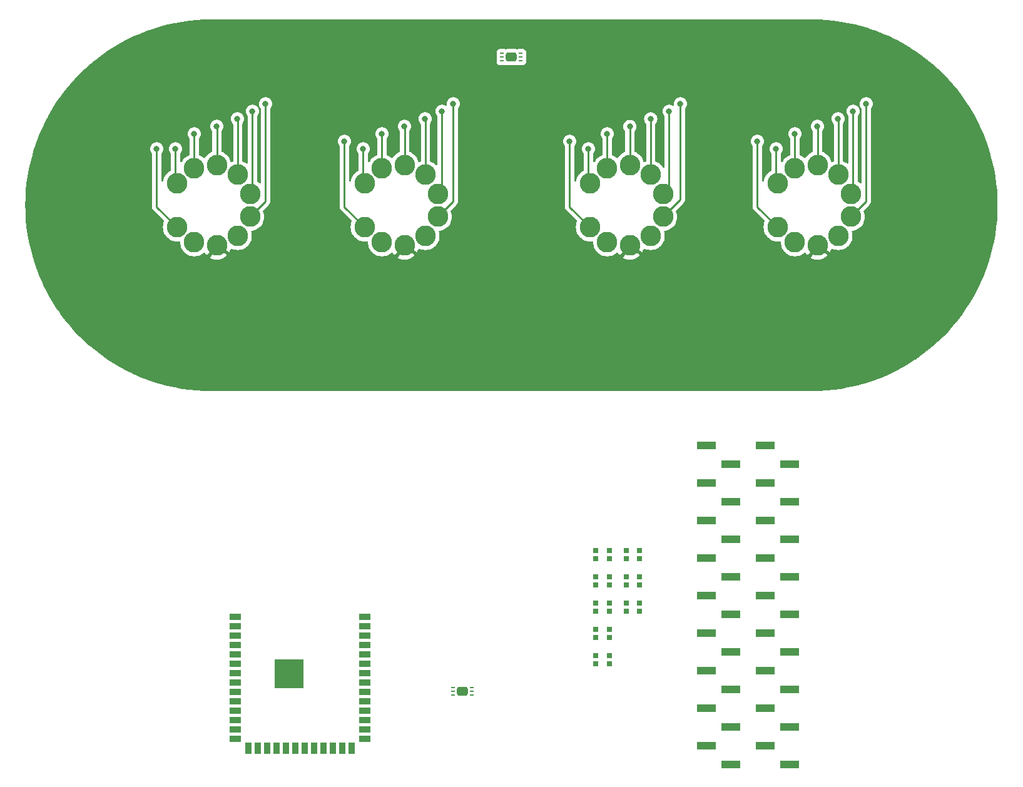
<source format=gbr>
%TF.GenerationSoftware,KiCad,Pcbnew,7.0.10*%
%TF.CreationDate,2024-02-10T11:13:50-05:00*%
%TF.ProjectId,Nixie Clock,4e697869-6520-4436-9c6f-636b2e6b6963,rev?*%
%TF.SameCoordinates,Original*%
%TF.FileFunction,Copper,L1,Top*%
%TF.FilePolarity,Positive*%
%FSLAX46Y46*%
G04 Gerber Fmt 4.6, Leading zero omitted, Abs format (unit mm)*
G04 Created by KiCad (PCBNEW 7.0.10) date 2024-02-10 11:13:50*
%MOMM*%
%LPD*%
G01*
G04 APERTURE LIST*
G04 Aperture macros list*
%AMRoundRect*
0 Rectangle with rounded corners*
0 $1 Rounding radius*
0 $2 $3 $4 $5 $6 $7 $8 $9 X,Y pos of 4 corners*
0 Add a 4 corners polygon primitive as box body*
4,1,4,$2,$3,$4,$5,$6,$7,$8,$9,$2,$3,0*
0 Add four circle primitives for the rounded corners*
1,1,$1+$1,$2,$3*
1,1,$1+$1,$4,$5*
1,1,$1+$1,$6,$7*
1,1,$1+$1,$8,$9*
0 Add four rect primitives between the rounded corners*
20,1,$1+$1,$2,$3,$4,$5,0*
20,1,$1+$1,$4,$5,$6,$7,0*
20,1,$1+$1,$6,$7,$8,$9,0*
20,1,$1+$1,$8,$9,$2,$3,0*%
G04 Aperture macros list end*
%TA.AperFunction,SMDPad,CuDef*%
%ADD10R,0.700000X0.700000*%
%TD*%
%TA.AperFunction,SMDPad,CuDef*%
%ADD11R,1.500000X0.900000*%
%TD*%
%TA.AperFunction,SMDPad,CuDef*%
%ADD12R,0.900000X1.500000*%
%TD*%
%TA.AperFunction,HeatsinkPad*%
%ADD13C,0.600000*%
%TD*%
%TA.AperFunction,SMDPad,CuDef*%
%ADD14R,3.900000X3.900000*%
%TD*%
%TA.AperFunction,SMDPad,CuDef*%
%ADD15RoundRect,0.300000X0.450000X-0.300000X0.450000X0.300000X-0.450000X0.300000X-0.450000X-0.300000X0*%
%TD*%
%TA.AperFunction,SMDPad,CuDef*%
%ADD16RoundRect,0.055000X0.195000X-0.055000X0.195000X0.055000X-0.195000X0.055000X-0.195000X-0.055000X0*%
%TD*%
%TA.AperFunction,ComponentPad*%
%ADD17C,2.800000*%
%TD*%
%TA.AperFunction,SMDPad,CuDef*%
%ADD18R,2.510000X1.000000*%
%TD*%
%TA.AperFunction,ViaPad*%
%ADD19C,0.800000*%
%TD*%
%TA.AperFunction,Conductor*%
%ADD20C,0.250000*%
%TD*%
G04 APERTURE END LIST*
D10*
%TO.P,D1,1,DOUT*%
%TO.N,Net-(D1-DOUT)*%
X189230000Y-130562000D03*
%TO.P,D1,2,VSS*%
%TO.N,GND*%
X189230000Y-131662000D03*
%TO.P,D1,3,DIN*%
%TO.N,LED*%
X191060000Y-131662000D03*
%TO.P,D1,4,VDD*%
%TO.N,+5V*%
X191060000Y-130562000D03*
%TD*%
%TO.P,D3,1,DOUT*%
%TO.N,Net-(D3-DOUT)*%
X189230000Y-137662000D03*
%TO.P,D3,2,VSS*%
%TO.N,GND*%
X189230000Y-138762000D03*
%TO.P,D3,3,DIN*%
%TO.N,Net-(D2-DOUT)*%
X191060000Y-138762000D03*
%TO.P,D3,4,VDD*%
%TO.N,+5V*%
X191060000Y-137662000D03*
%TD*%
%TO.P,D4,1,DOUT*%
%TO.N,Net-(D4-DOUT)*%
X189230000Y-141212000D03*
%TO.P,D4,2,VSS*%
%TO.N,GND*%
X189230000Y-142312000D03*
%TO.P,D4,3,DIN*%
%TO.N,Net-(D3-DOUT)*%
X191060000Y-142312000D03*
%TO.P,D4,4,VDD*%
%TO.N,+5V*%
X191060000Y-141212000D03*
%TD*%
%TO.P,D5,1,DOUT*%
%TO.N,Net-(D5-DOUT)*%
X189230000Y-144762000D03*
%TO.P,D5,2,VSS*%
%TO.N,GND*%
X189230000Y-145862000D03*
%TO.P,D5,3,DIN*%
%TO.N,Net-(D4-DOUT)*%
X191060000Y-145862000D03*
%TO.P,D5,4,VDD*%
%TO.N,+5V*%
X191060000Y-144762000D03*
%TD*%
%TO.P,D6,1,DOUT*%
%TO.N,Net-(D6-DOUT)*%
X193320000Y-130562000D03*
%TO.P,D6,2,VSS*%
%TO.N,GND*%
X193320000Y-131662000D03*
%TO.P,D6,3,DIN*%
%TO.N,Net-(D5-DOUT)*%
X195150000Y-131662000D03*
%TO.P,D6,4,VDD*%
%TO.N,+5V*%
X195150000Y-130562000D03*
%TD*%
%TO.P,D7,1,DOUT*%
%TO.N,Net-(D7-DOUT)*%
X193320000Y-134112000D03*
%TO.P,D7,2,VSS*%
%TO.N,GND*%
X193320000Y-135212000D03*
%TO.P,D7,3,DIN*%
%TO.N,Net-(D6-DOUT)*%
X195150000Y-135212000D03*
%TO.P,D7,4,VDD*%
%TO.N,+5V*%
X195150000Y-134112000D03*
%TD*%
%TO.P,D8,1,DOUT*%
%TO.N,unconnected-(D8-DOUT-Pad1)*%
X193320000Y-137662000D03*
%TO.P,D8,2,VSS*%
%TO.N,GND*%
X193320000Y-138762000D03*
%TO.P,D8,3,DIN*%
%TO.N,Net-(D7-DOUT)*%
X195150000Y-138762000D03*
%TO.P,D8,4,VDD*%
%TO.N,+5V*%
X195150000Y-137662000D03*
%TD*%
%TO.P,D2,1,DOUT*%
%TO.N,Net-(D2-DOUT)*%
X189230000Y-134112000D03*
%TO.P,D2,2,VSS*%
%TO.N,GND*%
X189230000Y-135212000D03*
%TO.P,D2,3,DIN*%
%TO.N,Net-(D1-DOUT)*%
X191060000Y-135212000D03*
%TO.P,D2,4,VDD*%
%TO.N,+5V*%
X191060000Y-134112000D03*
%TD*%
D11*
%TO.P,U6,1,GND*%
%TO.N,GND*%
X140448000Y-139538000D03*
%TO.P,U6,2,VCC*%
%TO.N,+3V3*%
X140448000Y-140808000D03*
%TO.P,U6,3,EN*%
%TO.N,RST*%
X140448000Y-142078000D03*
%TO.P,U6,4,IO4*%
%TO.N,unconnected-(U6-IO4-Pad4)*%
X140448000Y-143348000D03*
%TO.P,U6,5,IO5*%
%TO.N,unconnected-(U6-IO5-Pad5)*%
X140448000Y-144618000D03*
%TO.P,U6,6,IO6*%
%TO.N,BLANK*%
X140448000Y-145888000D03*
%TO.P,U6,7,IO7*%
%TO.N,STROBE*%
X140448000Y-147158000D03*
%TO.P,U6,8,IO15*%
%TO.N,unconnected-(U6-IO15-Pad8)*%
X140448000Y-148428000D03*
%TO.P,U6,9,IO16*%
%TO.N,Data IN*%
X140448000Y-149698000D03*
%TO.P,U6,10,IO17*%
%TO.N,unconnected-(U6-IO17-Pad10)*%
X140448000Y-150968000D03*
%TO.P,U6,11,IO18*%
%TO.N,CLK*%
X140448000Y-152238000D03*
%TO.P,U6,12,IO8*%
%TO.N,unconnected-(U6-IO8-Pad12)*%
X140448000Y-153508000D03*
%TO.P,U6,13,IO19*%
%TO.N,LED*%
X140448000Y-154778000D03*
%TO.P,U6,14,IO20*%
%TO.N,unconnected-(U6-IO20-Pad14)*%
X140448000Y-156048000D03*
D12*
%TO.P,U6,15,IO3*%
%TO.N,unconnected-(U6-IO3-Pad15)*%
X142213000Y-157298000D03*
%TO.P,U6,16,IO46*%
%TO.N,unconnected-(U6-IO46-Pad16)*%
X143483000Y-157298000D03*
%TO.P,U6,17,IO9*%
%TO.N,unconnected-(U6-IO9-Pad17)*%
X144753000Y-157298000D03*
%TO.P,U6,18,IO10*%
%TO.N,unconnected-(U6-IO10-Pad18)*%
X146023000Y-157298000D03*
%TO.P,U6,19,IO11*%
%TO.N,unconnected-(U6-IO11-Pad19)*%
X147293000Y-157298000D03*
%TO.P,U6,20,IO12*%
%TO.N,unconnected-(U6-IO12-Pad20)*%
X148563000Y-157298000D03*
%TO.P,U6,21,IO13*%
%TO.N,unconnected-(U6-IO13-Pad21)*%
X149833000Y-157298000D03*
%TO.P,U6,22,IO14*%
%TO.N,unconnected-(U6-IO14-Pad22)*%
X151103000Y-157298000D03*
%TO.P,U6,23,IO21*%
%TO.N,unconnected-(U6-IO21-Pad23)*%
X152373000Y-157298000D03*
%TO.P,U6,24,IO33*%
%TO.N,unconnected-(U6-IO33-Pad24)*%
X153643000Y-157298000D03*
%TO.P,U6,25,IO34*%
%TO.N,unconnected-(U6-IO34-Pad25)*%
X154913000Y-157298000D03*
%TO.P,U6,26,IO45*%
%TO.N,unconnected-(U6-IO45-Pad26)*%
X156183000Y-157298000D03*
D11*
%TO.P,U6,27,IO0*%
%TO.N,Net-(U6-IO0)*%
X157948000Y-156048000D03*
%TO.P,U6,28,IO35*%
%TO.N,unconnected-(U6-IO35-Pad28)*%
X157948000Y-154778000D03*
%TO.P,U6,29,IO36*%
%TO.N,unconnected-(U6-IO36-Pad29)*%
X157948000Y-153508000D03*
%TO.P,U6,30,IO37*%
%TO.N,unconnected-(U6-IO37-Pad30)*%
X157948000Y-152238000D03*
%TO.P,U6,31,IO38*%
%TO.N,unconnected-(U6-IO38-Pad31)*%
X157948000Y-150968000D03*
%TO.P,U6,32,IO39*%
%TO.N,unconnected-(U6-IO39-Pad32)*%
X157948000Y-149698000D03*
%TO.P,U6,33,IO40*%
%TO.N,unconnected-(U6-IO40-Pad33)*%
X157948000Y-148428000D03*
%TO.P,U6,34,IO41*%
%TO.N,unconnected-(U6-IO41-Pad34)*%
X157948000Y-147158000D03*
%TO.P,U6,35,IO42*%
%TO.N,unconnected-(U6-IO42-Pad35)*%
X157948000Y-145888000D03*
%TO.P,U6,36,RX*%
%TO.N,RX*%
X157948000Y-144618000D03*
%TO.P,U6,37,TX*%
%TO.N,TX*%
X157948000Y-143348000D03*
%TO.P,U6,38,IO2*%
%TO.N,SCL*%
X157948000Y-142078000D03*
%TO.P,U6,39,IO1*%
%TO.N,SDA*%
X157948000Y-140808000D03*
%TO.P,U6,40,GND*%
%TO.N,GND*%
X157948000Y-139538000D03*
D13*
%TO.P,U6,41,EPAD*%
X148398000Y-147258000D03*
X146998000Y-145858000D03*
X147698000Y-147958000D03*
X149098000Y-146558000D03*
X147698000Y-146558000D03*
X149098000Y-147958000D03*
X146298000Y-147958000D03*
X146998000Y-147258000D03*
D14*
X147698000Y-147258000D03*
D13*
X148398000Y-145858000D03*
X148398000Y-148658000D03*
X146998000Y-148658000D03*
X146298000Y-146558000D03*
%TD*%
D15*
%TO.P,PD1,*%
%TO.N,*%
X171196000Y-149606000D03*
D16*
%TO.P,PD1,1*%
%TO.N,N/C*%
X169926000Y-149098000D03*
%TO.P,PD1,2*%
X169926000Y-149606000D03*
%TO.P,PD1,3*%
X169926000Y-150114000D03*
%TO.P,PD1,4*%
X172466000Y-150114000D03*
%TO.P,PD1,5*%
X172466000Y-149606000D03*
%TO.P,PD1,6*%
X172466000Y-149098000D03*
%TD*%
D17*
%TO.P,U3,1,e*%
%TO.N,E*%
X188413106Y-86793524D03*
%TO.P,U3,2,K+*%
%TO.N,+HEATER*%
X190755218Y-88822975D03*
%TO.P,U3,3,K-*%
%TO.N,GND*%
X193822731Y-89264017D03*
%TO.P,U3,4,Grid*%
%TO.N,Grid3*%
X196641733Y-87976622D03*
%TO.P,U3,5,d*%
%TO.N,D*%
X198317211Y-85369529D03*
%TO.P,U3,6,c*%
%TO.N,C*%
X198317211Y-82270471D03*
%TO.P,U3,7,b*%
%TO.N,B*%
X196641734Y-79663378D03*
%TO.P,U3,8,a*%
%TO.N,A*%
X193822732Y-78375983D03*
%TO.P,U3,9,g*%
%TO.N,G*%
X190755218Y-78817025D03*
%TO.P,U3,10,f*%
%TO.N,F*%
X188413106Y-80846476D03*
%TD*%
D18*
%TO.P,J3,1,Pin_1*%
%TO.N,+GRID*%
X212158000Y-116332000D03*
%TO.P,J3,2,Pin_2*%
%TO.N,GND*%
X215468000Y-118872000D03*
%TO.P,J3,3,Pin_3*%
X212158000Y-121412000D03*
%TO.P,J3,4,Pin_4*%
%TO.N,F2*%
X215468000Y-123952000D03*
%TO.P,J3,5,Pin_5*%
%TO.N,G2*%
X212158000Y-126492000D03*
%TO.P,J3,6,Pin_6*%
%TO.N,A2*%
X215468000Y-129032000D03*
%TO.P,J3,7,Pin_7*%
%TO.N,B2*%
X212158000Y-131572000D03*
%TO.P,J3,8,Pin_8*%
%TO.N,C2*%
X215468000Y-134112000D03*
%TO.P,J3,9,Pin_9*%
%TO.N,D2*%
X212158000Y-136652000D03*
%TO.P,J3,10,Pin_10*%
%TO.N,E2*%
X215468000Y-139192000D03*
%TO.P,J3,11,Pin_11*%
%TO.N,GND*%
X212158000Y-141732000D03*
%TO.P,J3,12,Pin_12*%
%TO.N,F1*%
X215468000Y-144272000D03*
%TO.P,J3,13,Pin_13*%
%TO.N,G1*%
X212158000Y-146812000D03*
%TO.P,J3,14,Pin_14*%
%TO.N,A1*%
X215468000Y-149352000D03*
%TO.P,J3,15,Pin_15*%
%TO.N,B1*%
X212158000Y-151892000D03*
%TO.P,J3,16,Pin_16*%
%TO.N,C1*%
X215468000Y-154432000D03*
%TO.P,J3,17,Pin_17*%
%TO.N,D1*%
X212158000Y-156972000D03*
%TO.P,J3,18,Pin_18*%
%TO.N,E1*%
X215468000Y-159512000D03*
%TD*%
D15*
%TO.P,REF\u002A\u002A,*%
%TO.N,*%
X177800000Y-63754000D03*
D16*
%TO.P,REF\u002A\u002A,1*%
%TO.N,N/C*%
X176530000Y-63246000D03*
%TO.P,REF\u002A\u002A,2*%
X176530000Y-63754000D03*
%TO.P,REF\u002A\u002A,3*%
X176530000Y-64262000D03*
%TO.P,REF\u002A\u002A,4*%
X179070000Y-64262000D03*
%TO.P,REF\u002A\u002A,5*%
X179070000Y-63754000D03*
%TO.P,REF\u002A\u002A,6*%
X179070000Y-63246000D03*
%TD*%
D17*
%TO.P,U1,1,e*%
%TO.N,E*%
X132533106Y-86793524D03*
%TO.P,U1,2,K+*%
%TO.N,+HEATER*%
X134875218Y-88822975D03*
%TO.P,U1,3,K-*%
%TO.N,GND*%
X137942731Y-89264017D03*
%TO.P,U1,4,Grid*%
%TO.N,Grid1*%
X140761733Y-87976622D03*
%TO.P,U1,5,d*%
%TO.N,D*%
X142437211Y-85369529D03*
%TO.P,U1,6,c*%
%TO.N,C*%
X142437211Y-82270471D03*
%TO.P,U1,7,b*%
%TO.N,B*%
X140761734Y-79663378D03*
%TO.P,U1,8,a*%
%TO.N,A*%
X137942732Y-78375983D03*
%TO.P,U1,9,g*%
%TO.N,G*%
X134875218Y-78817025D03*
%TO.P,U1,10,f*%
%TO.N,F*%
X132533106Y-80846476D03*
%TD*%
D18*
%TO.P,J1,1,Pin_1*%
%TO.N,E3*%
X204208000Y-116332000D03*
%TO.P,J1,2,Pin_2*%
%TO.N,D3*%
X207518000Y-118872000D03*
%TO.P,J1,3,Pin_3*%
%TO.N,C3*%
X204208000Y-121412000D03*
%TO.P,J1,4,Pin_4*%
%TO.N,B3*%
X207518000Y-123952000D03*
%TO.P,J1,5,Pin_5*%
%TO.N,A3*%
X204208000Y-126492000D03*
%TO.P,J1,6,Pin_6*%
%TO.N,G3*%
X207518000Y-129032000D03*
%TO.P,J1,7,Pin_7*%
%TO.N,F3*%
X204208000Y-131572000D03*
%TO.P,J1,8,Pin_8*%
%TO.N,GND*%
X207518000Y-134112000D03*
%TO.P,J1,9,Pin_9*%
%TO.N,E4*%
X204208000Y-136652000D03*
%TO.P,J1,10,Pin_10*%
%TO.N,D4*%
X207518000Y-139192000D03*
%TO.P,J1,11,Pin_11*%
%TO.N,C4*%
X204208000Y-141732000D03*
%TO.P,J1,12,Pin_12*%
%TO.N,B4*%
X207518000Y-144272000D03*
%TO.P,J1,13,Pin_13*%
%TO.N,A4*%
X204208000Y-146812000D03*
%TO.P,J1,14,Pin_14*%
%TO.N,G4*%
X207518000Y-149352000D03*
%TO.P,J1,15,Pin_15*%
%TO.N,F4*%
X204208000Y-151892000D03*
%TO.P,J1,16,Pin_16*%
%TO.N,GND*%
X207518000Y-154432000D03*
%TO.P,J1,17,Pin_17*%
X204208000Y-156972000D03*
%TO.P,J1,18,Pin_18*%
%TO.N,+HEATER*%
X207518000Y-159512000D03*
%TD*%
D17*
%TO.P,U2,1,e*%
%TO.N,E*%
X157933106Y-86793524D03*
%TO.P,U2,2,K+*%
%TO.N,+HEATER*%
X160275218Y-88822975D03*
%TO.P,U2,3,K-*%
%TO.N,GND*%
X163342731Y-89264017D03*
%TO.P,U2,4,Grid*%
%TO.N,Grid2*%
X166161733Y-87976622D03*
%TO.P,U2,5,d*%
%TO.N,D*%
X167837211Y-85369529D03*
%TO.P,U2,6,c*%
%TO.N,C*%
X167837211Y-82270471D03*
%TO.P,U2,7,b*%
%TO.N,B*%
X166161734Y-79663378D03*
%TO.P,U2,8,a*%
%TO.N,A*%
X163342732Y-78375983D03*
%TO.P,U2,9,g*%
%TO.N,G*%
X160275218Y-78817025D03*
%TO.P,U2,10,f*%
%TO.N,F*%
X157933106Y-80846476D03*
%TD*%
%TO.P,U4,1,e*%
%TO.N,E*%
X213813106Y-86793524D03*
%TO.P,U4,2,K+*%
%TO.N,+HEATER*%
X216155218Y-88822975D03*
%TO.P,U4,3,K-*%
%TO.N,GND*%
X219222731Y-89264017D03*
%TO.P,U4,4,Grid*%
%TO.N,Grid4*%
X222041733Y-87976622D03*
%TO.P,U4,5,d*%
%TO.N,D*%
X223717211Y-85369529D03*
%TO.P,U4,6,c*%
%TO.N,C*%
X223717211Y-82270471D03*
%TO.P,U4,7,b*%
%TO.N,B*%
X222041734Y-79663378D03*
%TO.P,U4,8,a*%
%TO.N,A*%
X219222732Y-78375983D03*
%TO.P,U4,9,g*%
%TO.N,G*%
X216155218Y-78817025D03*
%TO.P,U4,10,f*%
%TO.N,F*%
X213813106Y-80846476D03*
%TD*%
D19*
%TO.N,F*%
X213614000Y-76200000D03*
X188214000Y-76200000D03*
X157734000Y-76200000D03*
X132334000Y-76200000D03*
%TO.N,G*%
X216154000Y-74168000D03*
X190755218Y-74168000D03*
X160275218Y-74168000D03*
X134874000Y-74168000D03*
%TO.N,A*%
X219202000Y-73152000D03*
X193822732Y-73172732D03*
X163322000Y-73152000D03*
X137922000Y-73152000D03*
%TO.N,B*%
X196641734Y-72136000D03*
X140716000Y-72136000D03*
X166116000Y-72136000D03*
X221996000Y-72136000D03*
%TO.N,C*%
X168402000Y-71120000D03*
X199136000Y-71120000D03*
X224028000Y-71120000D03*
X142748000Y-71120000D03*
%TO.N,D*%
X200660000Y-70104000D03*
X225806000Y-70104000D03*
X144526000Y-70104000D03*
X169926000Y-70104000D03*
%TO.N,E*%
X129794000Y-76200000D03*
X185674000Y-75184000D03*
X211074000Y-75184000D03*
X155194000Y-75184000D03*
%TD*%
D20*
%TO.N,F*%
X213614000Y-76200000D02*
X213614000Y-80647370D01*
X188214000Y-80647370D02*
X188413106Y-80846476D01*
X132334000Y-76200000D02*
X132334000Y-80647370D01*
X157933106Y-80846476D02*
X157734000Y-80647370D01*
X188214000Y-76200000D02*
X188214000Y-80647370D01*
X157734000Y-80647370D02*
X157734000Y-76200000D01*
X213614000Y-80647370D02*
X213813106Y-80846476D01*
X132334000Y-80647370D02*
X132533106Y-80846476D01*
%TO.N,G*%
X190755218Y-74168000D02*
X190755218Y-78817025D01*
X216154000Y-74168000D02*
X216155218Y-74169218D01*
X160275218Y-74168000D02*
X160275218Y-78817025D01*
X134874000Y-74168000D02*
X134875218Y-74169218D01*
X216155218Y-74169218D02*
X216155218Y-78817025D01*
X134875218Y-74169218D02*
X134875218Y-78817025D01*
%TO.N,A*%
X163342732Y-73172732D02*
X163322000Y-73152000D01*
X163342732Y-78375983D02*
X163342732Y-73172732D01*
X137942732Y-73172732D02*
X137942732Y-78375983D01*
X219202000Y-73152000D02*
X219222732Y-73172732D01*
X219222732Y-73172732D02*
X219222732Y-78375983D01*
X193822732Y-73172732D02*
X193822732Y-78375983D01*
X137922000Y-73152000D02*
X137942732Y-73172732D01*
%TO.N,B*%
X140716000Y-72136000D02*
X140761734Y-72181734D01*
X140761734Y-72181734D02*
X140761734Y-79663378D01*
X196641734Y-72136000D02*
X196641734Y-79663378D01*
X222041734Y-72181734D02*
X222041734Y-79663378D01*
X166161734Y-72181734D02*
X166161734Y-79663378D01*
X166116000Y-72136000D02*
X166161734Y-72181734D01*
X221996000Y-72136000D02*
X222041734Y-72181734D01*
%TO.N,C*%
X224028000Y-71120000D02*
X224028000Y-81959682D01*
X142748000Y-81959682D02*
X142437211Y-82270471D01*
X142748000Y-71120000D02*
X142748000Y-81959682D01*
X167837211Y-82270471D02*
X168402000Y-81705682D01*
X168402000Y-81705682D02*
X168402000Y-71120000D01*
X199136000Y-81451682D02*
X198317211Y-82270471D01*
X199136000Y-71120000D02*
X199136000Y-81451682D01*
X224028000Y-81959682D02*
X223717211Y-82270471D01*
%TO.N,D*%
X144526000Y-70104000D02*
X144526000Y-83280740D01*
X169926000Y-83280740D02*
X167837211Y-85369529D01*
X200660000Y-83026740D02*
X198317211Y-85369529D01*
X200660000Y-70104000D02*
X200660000Y-83026740D01*
X169926000Y-70104000D02*
X169926000Y-83280740D01*
X225806000Y-70104000D02*
X225806000Y-83280740D01*
X225806000Y-83280740D02*
X223717211Y-85369529D01*
X144526000Y-83280740D02*
X142437211Y-85369529D01*
%TO.N,E*%
X185674000Y-84054418D02*
X188413106Y-86793524D01*
X185674000Y-75184000D02*
X185674000Y-84054418D01*
X155194000Y-75184000D02*
X155194000Y-84054418D01*
X129794000Y-84054418D02*
X132533106Y-86793524D01*
X155194000Y-84054418D02*
X157933106Y-86793524D01*
X129794000Y-76200000D02*
X129794000Y-84054418D01*
X211074000Y-75184000D02*
X211074000Y-84054418D01*
X211074000Y-84054418D02*
X213813106Y-86793524D01*
%TD*%
%TA.AperFunction,Conductor*%
%TO.N,GND*%
G36*
X218441222Y-58670524D02*
G01*
X219424931Y-58689841D01*
X219429787Y-58690031D01*
X220410804Y-58747886D01*
X220415601Y-58748263D01*
X221393610Y-58844588D01*
X221398379Y-58845153D01*
X222371879Y-58979804D01*
X222376612Y-58980553D01*
X223344063Y-59153319D01*
X223348775Y-59154256D01*
X224308666Y-59364863D01*
X224313390Y-59365997D01*
X225264248Y-59614120D01*
X225268882Y-59615426D01*
X226162709Y-59886566D01*
X226209299Y-59900699D01*
X226213930Y-59902204D01*
X227142380Y-60224162D01*
X227146918Y-60225836D01*
X228062049Y-60584012D01*
X228066527Y-60585867D01*
X228966878Y-60979688D01*
X228971225Y-60981692D01*
X229578834Y-61276403D01*
X229855456Y-61410575D01*
X229859794Y-61412786D01*
X230726432Y-61876014D01*
X230730680Y-61878393D01*
X231578488Y-62375301D01*
X231582605Y-62377823D01*
X232233532Y-62794509D01*
X232410254Y-62907636D01*
X232414294Y-62910335D01*
X232626511Y-63058242D01*
X233220509Y-63472236D01*
X233224448Y-63475098D01*
X234007967Y-64068207D01*
X234011791Y-64071222D01*
X234771414Y-64694627D01*
X234775113Y-64697787D01*
X235509689Y-65350548D01*
X235513227Y-65353817D01*
X235982400Y-65804918D01*
X236221626Y-66034930D01*
X236225069Y-66038373D01*
X236906180Y-66746770D01*
X236909453Y-66750312D01*
X237423756Y-67329076D01*
X237562210Y-67484883D01*
X237565372Y-67488585D01*
X238188777Y-68248208D01*
X238191792Y-68252032D01*
X238784901Y-69035551D01*
X238787763Y-69039490D01*
X239349658Y-69845696D01*
X239352363Y-69849745D01*
X239882165Y-70677377D01*
X239884709Y-70681529D01*
X240381606Y-71529319D01*
X240383985Y-71533567D01*
X240847213Y-72400205D01*
X240849424Y-72404543D01*
X241154024Y-73032537D01*
X241211967Y-73152000D01*
X241278290Y-73288737D01*
X241280321Y-73293144D01*
X241430195Y-73635784D01*
X241674127Y-74193461D01*
X241675991Y-74197960D01*
X242034157Y-75113066D01*
X242035842Y-75117634D01*
X242357795Y-76046069D01*
X242359300Y-76050700D01*
X242644565Y-76991091D01*
X242645886Y-76995777D01*
X242894000Y-77946604D01*
X242895137Y-77951339D01*
X243105736Y-78911193D01*
X243106686Y-78915968D01*
X243279439Y-79883349D01*
X243280201Y-79888159D01*
X243414842Y-80861587D01*
X243415414Y-80866422D01*
X243511733Y-81844370D01*
X243512115Y-81849224D01*
X243569967Y-82830208D01*
X243570158Y-82835073D01*
X243589452Y-83817565D01*
X243589452Y-83822435D01*
X243570158Y-84804926D01*
X243569967Y-84809791D01*
X243512115Y-85790775D01*
X243511733Y-85795629D01*
X243415414Y-86773577D01*
X243414842Y-86778412D01*
X243280201Y-87751840D01*
X243279439Y-87756650D01*
X243106686Y-88724031D01*
X243105736Y-88728806D01*
X242895137Y-89688660D01*
X242894000Y-89693395D01*
X242645886Y-90644222D01*
X242644565Y-90648908D01*
X242359300Y-91589299D01*
X242357795Y-91593930D01*
X242035842Y-92522365D01*
X242034157Y-92526933D01*
X241675991Y-93442039D01*
X241674127Y-93446538D01*
X241280328Y-94346840D01*
X241278290Y-94351262D01*
X240849424Y-95235456D01*
X240847213Y-95239794D01*
X240383985Y-96106432D01*
X240381606Y-96110680D01*
X239884709Y-96958470D01*
X239882165Y-96962622D01*
X239352363Y-97790254D01*
X239349658Y-97794303D01*
X238787763Y-98600509D01*
X238784901Y-98604448D01*
X238191792Y-99387967D01*
X238188777Y-99391791D01*
X237565372Y-100151414D01*
X237562210Y-100155116D01*
X236909469Y-100889670D01*
X236906164Y-100893246D01*
X236225069Y-101601626D01*
X236221626Y-101605069D01*
X235513246Y-102286164D01*
X235509670Y-102289469D01*
X234775116Y-102942210D01*
X234771414Y-102945372D01*
X234011791Y-103568777D01*
X234007967Y-103571792D01*
X233224448Y-104164901D01*
X233220509Y-104167763D01*
X232414303Y-104729658D01*
X232410254Y-104732363D01*
X231582622Y-105262165D01*
X231578470Y-105264709D01*
X230730680Y-105761606D01*
X230726432Y-105763985D01*
X229859794Y-106227213D01*
X229855456Y-106229424D01*
X228971262Y-106658290D01*
X228966840Y-106660328D01*
X228066538Y-107054127D01*
X228062039Y-107055991D01*
X227146933Y-107414157D01*
X227142365Y-107415842D01*
X226213930Y-107737795D01*
X226209299Y-107739300D01*
X225268908Y-108024565D01*
X225264222Y-108025886D01*
X224313395Y-108274000D01*
X224308660Y-108275137D01*
X223348806Y-108485736D01*
X223344031Y-108486686D01*
X222376650Y-108659439D01*
X222371840Y-108660201D01*
X221398412Y-108794842D01*
X221393577Y-108795414D01*
X220415629Y-108891733D01*
X220410775Y-108892115D01*
X219429791Y-108949967D01*
X219424926Y-108950158D01*
X218441222Y-108969476D01*
X218438787Y-108969500D01*
X137161213Y-108969500D01*
X137158778Y-108969476D01*
X136175073Y-108950158D01*
X136170208Y-108949967D01*
X135189224Y-108892115D01*
X135184370Y-108891733D01*
X134206422Y-108795414D01*
X134201587Y-108794842D01*
X133228159Y-108660201D01*
X133223349Y-108659439D01*
X132255968Y-108486686D01*
X132251193Y-108485736D01*
X131291339Y-108275137D01*
X131286604Y-108274000D01*
X130335777Y-108025886D01*
X130331091Y-108024565D01*
X129390700Y-107739300D01*
X129386069Y-107737795D01*
X128457634Y-107415842D01*
X128453066Y-107414157D01*
X127537960Y-107055991D01*
X127533461Y-107054127D01*
X127083310Y-106857227D01*
X126633144Y-106660321D01*
X126628752Y-106658297D01*
X126341255Y-106518851D01*
X125744543Y-106229424D01*
X125740205Y-106227213D01*
X124873567Y-105763985D01*
X124869319Y-105761606D01*
X124021529Y-105264709D01*
X124017377Y-105262165D01*
X123189745Y-104732363D01*
X123185696Y-104729658D01*
X122379490Y-104167763D01*
X122375551Y-104164901D01*
X121592032Y-103571792D01*
X121588208Y-103568777D01*
X120828585Y-102945372D01*
X120824883Y-102942210D01*
X120305873Y-102481006D01*
X120090312Y-102289453D01*
X120086770Y-102286180D01*
X119378373Y-101605069D01*
X119374930Y-101601626D01*
X118854723Y-101060579D01*
X118693817Y-100893227D01*
X118690548Y-100889689D01*
X118037787Y-100155113D01*
X118034627Y-100151414D01*
X117411222Y-99391791D01*
X117408207Y-99387967D01*
X116815098Y-98604448D01*
X116812236Y-98600509D01*
X116618224Y-98322141D01*
X116250335Y-97794294D01*
X116247636Y-97790254D01*
X115717834Y-96962622D01*
X115715290Y-96958470D01*
X115218393Y-96110680D01*
X115216014Y-96106432D01*
X114752786Y-95239794D01*
X114750575Y-95235456D01*
X114616403Y-94958834D01*
X114321692Y-94351225D01*
X114319688Y-94346878D01*
X113925867Y-93446527D01*
X113924008Y-93442039D01*
X113565836Y-92526918D01*
X113564157Y-92522365D01*
X113242204Y-91593930D01*
X113240699Y-91589299D01*
X113038277Y-90922003D01*
X112955426Y-90648882D01*
X112954120Y-90644248D01*
X112705997Y-89693390D01*
X112704862Y-89688660D01*
X112494256Y-88728775D01*
X112493319Y-88724063D01*
X112320553Y-87756612D01*
X112319804Y-87751879D01*
X112185153Y-86778379D01*
X112184588Y-86773610D01*
X112088263Y-85795601D01*
X112087886Y-85790804D01*
X112030031Y-84809787D01*
X112029841Y-84804926D01*
X112025344Y-84575935D01*
X112010547Y-83822393D01*
X112010547Y-83817606D01*
X112029841Y-82835066D01*
X112030032Y-82830208D01*
X112037959Y-82695787D01*
X112087886Y-81849191D01*
X112088263Y-81844402D01*
X112184589Y-80866383D01*
X112185152Y-80861626D01*
X112319805Y-79888112D01*
X112320552Y-79883395D01*
X112493321Y-78915926D01*
X112494254Y-78911234D01*
X112704866Y-77951322D01*
X112705999Y-77946604D01*
X112954124Y-76995737D01*
X112955422Y-76991130D01*
X113195409Y-76200000D01*
X128888540Y-76200000D01*
X128908326Y-76388256D01*
X128908327Y-76388259D01*
X128966818Y-76568277D01*
X128966821Y-76568284D01*
X129061467Y-76732216D01*
X129098272Y-76773092D01*
X129136650Y-76815715D01*
X129166880Y-76878706D01*
X129168500Y-76898687D01*
X129168500Y-83971673D01*
X129166775Y-83987290D01*
X129167061Y-83987317D01*
X129166326Y-83995083D01*
X129168439Y-84062290D01*
X129168500Y-84066185D01*
X129168500Y-84093775D01*
X129169003Y-84097753D01*
X129169918Y-84109385D01*
X129171290Y-84153042D01*
X129171291Y-84153045D01*
X129176880Y-84172285D01*
X129180824Y-84191329D01*
X129181910Y-84199918D01*
X129183336Y-84211210D01*
X129199414Y-84251821D01*
X129203197Y-84262870D01*
X129215381Y-84304806D01*
X129225580Y-84322052D01*
X129234138Y-84339521D01*
X129241514Y-84358150D01*
X129267181Y-84393478D01*
X129273593Y-84403239D01*
X129295828Y-84440835D01*
X129295833Y-84440842D01*
X129309990Y-84454998D01*
X129322628Y-84469794D01*
X129334405Y-84486004D01*
X129334406Y-84486005D01*
X129368057Y-84513843D01*
X129376698Y-84521706D01*
X130759087Y-85904096D01*
X130792572Y-85965419D01*
X130787588Y-86035110D01*
X130704929Y-86256727D01*
X130647146Y-86522356D01*
X130647145Y-86522363D01*
X130627751Y-86793522D01*
X130627751Y-86793525D01*
X130647145Y-87064684D01*
X130647146Y-87064691D01*
X130704929Y-87330317D01*
X130704931Y-87330325D01*
X130779892Y-87531302D01*
X130799936Y-87585043D01*
X130930215Y-87823631D01*
X130930216Y-87823632D01*
X130930219Y-87823637D01*
X131093135Y-88041266D01*
X131093139Y-88041270D01*
X131093144Y-88041276D01*
X131285353Y-88233485D01*
X131285359Y-88233490D01*
X131285364Y-88233495D01*
X131502993Y-88396411D01*
X131502997Y-88396413D01*
X131502998Y-88396414D01*
X131741587Y-88526693D01*
X131741586Y-88526693D01*
X131741590Y-88526694D01*
X131741593Y-88526696D01*
X131996305Y-88621699D01*
X132261946Y-88679485D01*
X132513711Y-88697491D01*
X132533105Y-88698879D01*
X132533106Y-88698879D01*
X132533107Y-88698879D01*
X132552501Y-88697491D01*
X132804266Y-88679485D01*
X132813323Y-88677514D01*
X132821041Y-88675836D01*
X132890733Y-88680818D01*
X132946668Y-88722688D01*
X132971087Y-88788151D01*
X132971087Y-88805842D01*
X132969863Y-88822966D01*
X132969863Y-88822976D01*
X132989257Y-89094135D01*
X132989258Y-89094142D01*
X133017586Y-89224364D01*
X133047043Y-89359776D01*
X133068235Y-89416593D01*
X133142048Y-89614494D01*
X133272327Y-89853082D01*
X133272328Y-89853083D01*
X133272331Y-89853088D01*
X133435247Y-90070717D01*
X133435251Y-90070721D01*
X133435256Y-90070727D01*
X133627465Y-90262936D01*
X133627471Y-90262941D01*
X133627476Y-90262946D01*
X133845105Y-90425862D01*
X133845109Y-90425864D01*
X133845110Y-90425865D01*
X134083699Y-90556144D01*
X134083698Y-90556144D01*
X134083702Y-90556145D01*
X134083705Y-90556147D01*
X134338417Y-90651150D01*
X134604058Y-90708936D01*
X134855823Y-90726942D01*
X134875217Y-90728330D01*
X134875218Y-90728330D01*
X134875219Y-90728330D01*
X134893318Y-90727035D01*
X135146378Y-90708936D01*
X135412019Y-90651150D01*
X135666731Y-90556147D01*
X135666735Y-90556144D01*
X135666737Y-90556144D01*
X135786031Y-90491004D01*
X135905331Y-90425862D01*
X136122960Y-90262946D01*
X136135469Y-90250436D01*
X136196789Y-90216951D01*
X136266481Y-90221933D01*
X136322416Y-90263802D01*
X136331982Y-90278686D01*
X136340267Y-90293858D01*
X136340268Y-90293860D01*
X136503132Y-90511422D01*
X136503148Y-90511440D01*
X136614202Y-90622494D01*
X136614203Y-90622493D01*
X137175570Y-89872126D01*
X137304368Y-90007621D01*
X137467121Y-90120901D01*
X137578224Y-90168578D01*
X137014571Y-90922003D01*
X137151420Y-90996729D01*
X137151424Y-90996731D01*
X137406076Y-91091711D01*
X137671633Y-91149479D01*
X137671640Y-91149480D01*
X137942730Y-91168870D01*
X137942732Y-91168870D01*
X138213821Y-91149480D01*
X138213828Y-91149479D01*
X138479385Y-91091711D01*
X138734037Y-90996731D01*
X138734041Y-90996729D01*
X138972566Y-90866484D01*
X138972574Y-90866479D01*
X139190136Y-90703615D01*
X139190146Y-90703606D01*
X139301207Y-90592544D01*
X139301207Y-90592543D01*
X138548219Y-90029215D01*
X138653048Y-89939224D01*
X138774426Y-89782417D01*
X138849211Y-89629956D01*
X139600717Y-90192175D01*
X139675445Y-90055322D01*
X139675447Y-90055317D01*
X139770425Y-89800670D01*
X139774096Y-89783794D01*
X139807578Y-89722469D01*
X139868899Y-89688981D01*
X139938591Y-89693962D01*
X139954690Y-89701314D01*
X139970220Y-89709794D01*
X140224932Y-89804797D01*
X140490573Y-89862583D01*
X140742338Y-89880589D01*
X140761732Y-89881977D01*
X140761733Y-89881977D01*
X140761734Y-89881977D01*
X140779833Y-89880682D01*
X141032893Y-89862583D01*
X141298534Y-89804797D01*
X141553246Y-89709794D01*
X141553250Y-89709791D01*
X141553252Y-89709791D01*
X141672546Y-89644651D01*
X141791846Y-89579509D01*
X142009475Y-89416593D01*
X142201704Y-89224364D01*
X142364620Y-89006735D01*
X142464965Y-88822966D01*
X142494902Y-88768141D01*
X142494902Y-88768139D01*
X142494905Y-88768135D01*
X142589908Y-88513423D01*
X142647694Y-88247782D01*
X142667088Y-87976622D01*
X142647694Y-87705462D01*
X142607487Y-87520630D01*
X142589909Y-87439824D01*
X142583907Y-87423733D01*
X142578922Y-87354041D01*
X142612406Y-87292718D01*
X142673729Y-87259232D01*
X142691238Y-87256715D01*
X142708371Y-87255490D01*
X142974012Y-87197704D01*
X143228724Y-87102701D01*
X143228728Y-87102698D01*
X143228730Y-87102698D01*
X143460991Y-86975874D01*
X143467324Y-86972416D01*
X143684953Y-86809500D01*
X143877182Y-86617271D01*
X144040098Y-86399642D01*
X144118137Y-86256723D01*
X144170380Y-86161048D01*
X144170380Y-86161046D01*
X144170383Y-86161042D01*
X144265386Y-85906330D01*
X144323172Y-85640689D01*
X144342566Y-85369529D01*
X144323172Y-85098369D01*
X144265386Y-84832728D01*
X144182726Y-84611110D01*
X144177743Y-84541423D01*
X144211226Y-84480102D01*
X144909786Y-83781542D01*
X144922048Y-83771720D01*
X144921865Y-83771499D01*
X144927868Y-83766531D01*
X144927877Y-83766526D01*
X144973934Y-83717479D01*
X144976582Y-83714746D01*
X144996120Y-83695210D01*
X144998570Y-83692050D01*
X145006154Y-83683169D01*
X145036062Y-83651322D01*
X145045714Y-83633763D01*
X145056389Y-83617512D01*
X145068674Y-83601676D01*
X145086030Y-83561565D01*
X145091161Y-83551094D01*
X145112194Y-83512838D01*
X145112194Y-83512837D01*
X145112197Y-83512832D01*
X145117180Y-83493420D01*
X145123477Y-83475031D01*
X145131438Y-83456635D01*
X145138270Y-83413488D01*
X145140639Y-83402056D01*
X145146361Y-83379771D01*
X145151500Y-83359759D01*
X145151500Y-83339723D01*
X145153027Y-83320322D01*
X145156160Y-83300544D01*
X145152050Y-83257064D01*
X145151500Y-83245395D01*
X145151500Y-75184000D01*
X154288540Y-75184000D01*
X154308326Y-75372256D01*
X154308327Y-75372259D01*
X154366818Y-75552277D01*
X154366821Y-75552284D01*
X154461467Y-75716216D01*
X154504772Y-75764310D01*
X154536650Y-75799715D01*
X154566880Y-75862706D01*
X154568500Y-75882687D01*
X154568500Y-83971673D01*
X154566775Y-83987290D01*
X154567061Y-83987317D01*
X154566326Y-83995083D01*
X154568439Y-84062290D01*
X154568500Y-84066185D01*
X154568500Y-84093775D01*
X154569003Y-84097753D01*
X154569918Y-84109385D01*
X154571290Y-84153042D01*
X154571291Y-84153045D01*
X154576880Y-84172285D01*
X154580824Y-84191329D01*
X154581910Y-84199918D01*
X154583336Y-84211210D01*
X154599414Y-84251821D01*
X154603197Y-84262870D01*
X154615381Y-84304806D01*
X154625580Y-84322052D01*
X154634138Y-84339521D01*
X154641514Y-84358150D01*
X154667181Y-84393478D01*
X154673593Y-84403239D01*
X154695828Y-84440835D01*
X154695833Y-84440842D01*
X154709990Y-84454998D01*
X154722628Y-84469794D01*
X154734405Y-84486004D01*
X154734406Y-84486005D01*
X154768057Y-84513843D01*
X154776698Y-84521706D01*
X156159087Y-85904096D01*
X156192572Y-85965419D01*
X156187588Y-86035110D01*
X156104929Y-86256727D01*
X156047146Y-86522356D01*
X156047145Y-86522363D01*
X156027751Y-86793522D01*
X156027751Y-86793525D01*
X156047145Y-87064684D01*
X156047146Y-87064691D01*
X156104929Y-87330317D01*
X156104931Y-87330325D01*
X156179892Y-87531302D01*
X156199936Y-87585043D01*
X156330215Y-87823631D01*
X156330216Y-87823632D01*
X156330219Y-87823637D01*
X156493135Y-88041266D01*
X156493139Y-88041270D01*
X156493144Y-88041276D01*
X156685353Y-88233485D01*
X156685359Y-88233490D01*
X156685364Y-88233495D01*
X156902993Y-88396411D01*
X156902997Y-88396413D01*
X156902998Y-88396414D01*
X157141587Y-88526693D01*
X157141586Y-88526693D01*
X157141590Y-88526694D01*
X157141593Y-88526696D01*
X157396305Y-88621699D01*
X157661946Y-88679485D01*
X157913711Y-88697491D01*
X157933105Y-88698879D01*
X157933106Y-88698879D01*
X157933107Y-88698879D01*
X157952501Y-88697491D01*
X158204266Y-88679485D01*
X158213323Y-88677514D01*
X158221041Y-88675836D01*
X158290733Y-88680818D01*
X158346668Y-88722688D01*
X158371087Y-88788151D01*
X158371087Y-88805842D01*
X158369863Y-88822966D01*
X158369863Y-88822976D01*
X158389257Y-89094135D01*
X158389258Y-89094142D01*
X158417586Y-89224364D01*
X158447043Y-89359776D01*
X158468235Y-89416593D01*
X158542048Y-89614494D01*
X158672327Y-89853082D01*
X158672328Y-89853083D01*
X158672331Y-89853088D01*
X158835247Y-90070717D01*
X158835251Y-90070721D01*
X158835256Y-90070727D01*
X159027465Y-90262936D01*
X159027471Y-90262941D01*
X159027476Y-90262946D01*
X159245105Y-90425862D01*
X159245109Y-90425864D01*
X159245110Y-90425865D01*
X159483699Y-90556144D01*
X159483698Y-90556144D01*
X159483702Y-90556145D01*
X159483705Y-90556147D01*
X159738417Y-90651150D01*
X160004058Y-90708936D01*
X160255823Y-90726942D01*
X160275217Y-90728330D01*
X160275218Y-90728330D01*
X160275219Y-90728330D01*
X160293318Y-90727035D01*
X160546378Y-90708936D01*
X160812019Y-90651150D01*
X161066731Y-90556147D01*
X161066735Y-90556144D01*
X161066737Y-90556144D01*
X161186031Y-90491004D01*
X161305331Y-90425862D01*
X161522960Y-90262946D01*
X161535469Y-90250436D01*
X161596789Y-90216951D01*
X161666481Y-90221933D01*
X161722416Y-90263802D01*
X161731982Y-90278686D01*
X161740267Y-90293858D01*
X161740268Y-90293860D01*
X161903132Y-90511422D01*
X161903148Y-90511440D01*
X162014202Y-90622494D01*
X162014203Y-90622493D01*
X162575570Y-89872126D01*
X162704368Y-90007621D01*
X162867121Y-90120901D01*
X162978224Y-90168578D01*
X162414571Y-90922003D01*
X162551420Y-90996729D01*
X162551424Y-90996731D01*
X162806076Y-91091711D01*
X163071633Y-91149479D01*
X163071640Y-91149480D01*
X163342730Y-91168870D01*
X163342732Y-91168870D01*
X163613821Y-91149480D01*
X163613828Y-91149479D01*
X163879385Y-91091711D01*
X164134037Y-90996731D01*
X164134041Y-90996729D01*
X164372566Y-90866484D01*
X164372574Y-90866479D01*
X164590136Y-90703615D01*
X164590146Y-90703606D01*
X164701207Y-90592544D01*
X164701207Y-90592543D01*
X163948219Y-90029216D01*
X164053048Y-89939224D01*
X164174426Y-89782417D01*
X164249211Y-89629956D01*
X165000717Y-90192175D01*
X165075445Y-90055322D01*
X165075447Y-90055317D01*
X165170425Y-89800670D01*
X165174096Y-89783794D01*
X165207578Y-89722469D01*
X165268899Y-89688981D01*
X165338591Y-89693962D01*
X165354690Y-89701314D01*
X165370220Y-89709794D01*
X165624932Y-89804797D01*
X165890573Y-89862583D01*
X166142338Y-89880589D01*
X166161732Y-89881977D01*
X166161733Y-89881977D01*
X166161734Y-89881977D01*
X166179833Y-89880682D01*
X166432893Y-89862583D01*
X166698534Y-89804797D01*
X166953246Y-89709794D01*
X166953250Y-89709791D01*
X166953252Y-89709791D01*
X167072546Y-89644651D01*
X167191846Y-89579509D01*
X167409475Y-89416593D01*
X167601704Y-89224364D01*
X167764620Y-89006735D01*
X167864965Y-88822966D01*
X167894902Y-88768141D01*
X167894902Y-88768139D01*
X167894905Y-88768135D01*
X167989908Y-88513423D01*
X168047694Y-88247782D01*
X168067088Y-87976622D01*
X168047694Y-87705462D01*
X168007487Y-87520630D01*
X167989909Y-87439824D01*
X167983907Y-87423733D01*
X167978922Y-87354041D01*
X168012406Y-87292718D01*
X168073729Y-87259232D01*
X168091238Y-87256715D01*
X168108371Y-87255490D01*
X168374012Y-87197704D01*
X168628724Y-87102701D01*
X168628728Y-87102698D01*
X168628730Y-87102698D01*
X168860991Y-86975874D01*
X168867324Y-86972416D01*
X169084953Y-86809500D01*
X169277182Y-86617271D01*
X169440098Y-86399642D01*
X169518137Y-86256723D01*
X169570380Y-86161048D01*
X169570380Y-86161046D01*
X169570383Y-86161042D01*
X169665386Y-85906330D01*
X169723172Y-85640689D01*
X169742566Y-85369529D01*
X169723172Y-85098369D01*
X169665386Y-84832728D01*
X169582726Y-84611110D01*
X169577743Y-84541423D01*
X169611226Y-84480102D01*
X170309786Y-83781542D01*
X170322048Y-83771720D01*
X170321865Y-83771499D01*
X170327868Y-83766531D01*
X170327877Y-83766526D01*
X170373934Y-83717479D01*
X170376582Y-83714746D01*
X170396120Y-83695210D01*
X170398570Y-83692050D01*
X170406154Y-83683169D01*
X170436062Y-83651322D01*
X170445714Y-83633763D01*
X170456389Y-83617512D01*
X170468674Y-83601676D01*
X170486030Y-83561565D01*
X170491161Y-83551094D01*
X170512194Y-83512838D01*
X170512194Y-83512837D01*
X170512197Y-83512832D01*
X170517180Y-83493420D01*
X170523477Y-83475031D01*
X170531438Y-83456635D01*
X170538270Y-83413488D01*
X170540639Y-83402056D01*
X170546361Y-83379771D01*
X170551500Y-83359759D01*
X170551500Y-83339723D01*
X170553027Y-83320322D01*
X170556160Y-83300544D01*
X170552050Y-83257064D01*
X170551500Y-83245395D01*
X170551500Y-75184000D01*
X184768540Y-75184000D01*
X184788326Y-75372256D01*
X184788327Y-75372259D01*
X184846818Y-75552277D01*
X184846821Y-75552284D01*
X184941467Y-75716216D01*
X184984772Y-75764310D01*
X185016650Y-75799715D01*
X185046880Y-75862706D01*
X185048500Y-75882687D01*
X185048500Y-83971673D01*
X185046775Y-83987290D01*
X185047061Y-83987317D01*
X185046326Y-83995083D01*
X185048439Y-84062290D01*
X185048500Y-84066185D01*
X185048500Y-84093775D01*
X185049003Y-84097753D01*
X185049918Y-84109385D01*
X185051290Y-84153042D01*
X185051291Y-84153045D01*
X185056880Y-84172285D01*
X185060824Y-84191329D01*
X185061910Y-84199918D01*
X185063336Y-84211210D01*
X185079414Y-84251821D01*
X185083197Y-84262870D01*
X185095381Y-84304806D01*
X185105580Y-84322052D01*
X185114138Y-84339521D01*
X185121514Y-84358150D01*
X185147181Y-84393478D01*
X185153593Y-84403239D01*
X185175828Y-84440835D01*
X185175833Y-84440842D01*
X185189990Y-84454998D01*
X185202628Y-84469794D01*
X185214405Y-84486004D01*
X185214406Y-84486005D01*
X185248057Y-84513843D01*
X185256698Y-84521706D01*
X186639087Y-85904096D01*
X186672572Y-85965419D01*
X186667588Y-86035110D01*
X186584929Y-86256727D01*
X186527146Y-86522356D01*
X186527145Y-86522363D01*
X186507751Y-86793522D01*
X186507751Y-86793525D01*
X186527145Y-87064684D01*
X186527146Y-87064691D01*
X186584929Y-87330317D01*
X186584931Y-87330325D01*
X186659892Y-87531302D01*
X186679936Y-87585043D01*
X186810215Y-87823631D01*
X186810216Y-87823632D01*
X186810219Y-87823637D01*
X186973135Y-88041266D01*
X186973139Y-88041270D01*
X186973144Y-88041276D01*
X187165353Y-88233485D01*
X187165359Y-88233490D01*
X187165364Y-88233495D01*
X187382993Y-88396411D01*
X187382997Y-88396413D01*
X187382998Y-88396414D01*
X187621587Y-88526693D01*
X187621586Y-88526693D01*
X187621590Y-88526694D01*
X187621593Y-88526696D01*
X187876305Y-88621699D01*
X188141946Y-88679485D01*
X188393711Y-88697491D01*
X188413105Y-88698879D01*
X188413106Y-88698879D01*
X188413107Y-88698879D01*
X188432501Y-88697491D01*
X188684266Y-88679485D01*
X188693323Y-88677514D01*
X188701041Y-88675836D01*
X188770733Y-88680818D01*
X188826668Y-88722688D01*
X188851087Y-88788151D01*
X188851087Y-88805842D01*
X188849863Y-88822966D01*
X188849863Y-88822976D01*
X188869257Y-89094135D01*
X188869258Y-89094142D01*
X188897586Y-89224364D01*
X188927043Y-89359776D01*
X188948235Y-89416593D01*
X189022048Y-89614494D01*
X189152327Y-89853082D01*
X189152328Y-89853083D01*
X189152331Y-89853088D01*
X189315247Y-90070717D01*
X189315251Y-90070721D01*
X189315256Y-90070727D01*
X189507465Y-90262936D01*
X189507471Y-90262941D01*
X189507476Y-90262946D01*
X189725105Y-90425862D01*
X189725109Y-90425864D01*
X189725110Y-90425865D01*
X189963699Y-90556144D01*
X189963698Y-90556144D01*
X189963702Y-90556145D01*
X189963705Y-90556147D01*
X190218417Y-90651150D01*
X190484058Y-90708936D01*
X190735823Y-90726942D01*
X190755217Y-90728330D01*
X190755218Y-90728330D01*
X190755219Y-90728330D01*
X190773318Y-90727035D01*
X191026378Y-90708936D01*
X191292019Y-90651150D01*
X191546731Y-90556147D01*
X191546735Y-90556144D01*
X191546737Y-90556144D01*
X191666031Y-90491004D01*
X191785331Y-90425862D01*
X192002960Y-90262946D01*
X192015469Y-90250436D01*
X192076789Y-90216951D01*
X192146481Y-90221933D01*
X192202416Y-90263802D01*
X192211982Y-90278686D01*
X192220267Y-90293858D01*
X192220268Y-90293860D01*
X192383132Y-90511422D01*
X192383148Y-90511440D01*
X192494202Y-90622494D01*
X192494203Y-90622493D01*
X193055570Y-89872126D01*
X193184368Y-90007621D01*
X193347121Y-90120901D01*
X193458224Y-90168578D01*
X192894571Y-90922003D01*
X193031420Y-90996729D01*
X193031424Y-90996731D01*
X193286076Y-91091711D01*
X193551633Y-91149479D01*
X193551640Y-91149480D01*
X193822730Y-91168870D01*
X193822732Y-91168870D01*
X194093821Y-91149480D01*
X194093828Y-91149479D01*
X194359385Y-91091711D01*
X194614037Y-90996731D01*
X194614041Y-90996729D01*
X194852566Y-90866484D01*
X194852574Y-90866479D01*
X195070136Y-90703615D01*
X195070146Y-90703606D01*
X195181207Y-90592544D01*
X195181207Y-90592543D01*
X194428219Y-90029216D01*
X194533048Y-89939224D01*
X194654426Y-89782417D01*
X194729211Y-89629956D01*
X195480717Y-90192175D01*
X195555445Y-90055322D01*
X195555447Y-90055317D01*
X195650425Y-89800670D01*
X195654096Y-89783794D01*
X195687578Y-89722469D01*
X195748899Y-89688981D01*
X195818591Y-89693962D01*
X195834690Y-89701314D01*
X195850220Y-89709794D01*
X196104932Y-89804797D01*
X196370573Y-89862583D01*
X196622338Y-89880589D01*
X196641732Y-89881977D01*
X196641733Y-89881977D01*
X196641734Y-89881977D01*
X196659833Y-89880682D01*
X196912893Y-89862583D01*
X197178534Y-89804797D01*
X197433246Y-89709794D01*
X197433250Y-89709791D01*
X197433252Y-89709791D01*
X197552546Y-89644651D01*
X197671846Y-89579509D01*
X197889475Y-89416593D01*
X198081704Y-89224364D01*
X198244620Y-89006735D01*
X198344965Y-88822966D01*
X198374902Y-88768141D01*
X198374902Y-88768139D01*
X198374905Y-88768135D01*
X198469908Y-88513423D01*
X198527694Y-88247782D01*
X198547088Y-87976622D01*
X198527694Y-87705462D01*
X198487487Y-87520630D01*
X198469909Y-87439824D01*
X198463907Y-87423733D01*
X198458922Y-87354041D01*
X198492406Y-87292718D01*
X198553729Y-87259232D01*
X198571238Y-87256715D01*
X198588371Y-87255490D01*
X198854012Y-87197704D01*
X199108724Y-87102701D01*
X199108728Y-87102698D01*
X199108730Y-87102698D01*
X199340991Y-86975874D01*
X199347324Y-86972416D01*
X199564953Y-86809500D01*
X199757182Y-86617271D01*
X199920098Y-86399642D01*
X199998137Y-86256723D01*
X200050380Y-86161048D01*
X200050380Y-86161046D01*
X200050383Y-86161042D01*
X200145386Y-85906330D01*
X200203172Y-85640689D01*
X200222566Y-85369529D01*
X200203172Y-85098369D01*
X200145386Y-84832728D01*
X200062728Y-84611114D01*
X200057744Y-84541423D01*
X200091227Y-84480102D01*
X201043788Y-83527541D01*
X201056042Y-83517726D01*
X201055859Y-83517504D01*
X201061868Y-83512531D01*
X201061877Y-83512526D01*
X201107949Y-83463462D01*
X201110566Y-83460763D01*
X201130120Y-83441211D01*
X201132576Y-83438043D01*
X201140156Y-83429167D01*
X201170062Y-83397322D01*
X201179715Y-83379760D01*
X201190389Y-83363510D01*
X201202673Y-83347676D01*
X201220019Y-83307590D01*
X201225157Y-83297102D01*
X201246196Y-83258833D01*
X201246197Y-83258832D01*
X201251177Y-83239431D01*
X201257478Y-83221028D01*
X201265438Y-83202636D01*
X201272272Y-83159481D01*
X201274635Y-83148071D01*
X201285500Y-83105759D01*
X201285500Y-83085723D01*
X201287027Y-83066322D01*
X201287385Y-83064064D01*
X201290160Y-83046544D01*
X201286050Y-83003064D01*
X201285500Y-82991395D01*
X201285500Y-75184000D01*
X210168540Y-75184000D01*
X210188326Y-75372256D01*
X210188327Y-75372259D01*
X210246818Y-75552277D01*
X210246821Y-75552284D01*
X210341467Y-75716216D01*
X210384772Y-75764310D01*
X210416650Y-75799715D01*
X210446880Y-75862706D01*
X210448500Y-75882687D01*
X210448500Y-83971673D01*
X210446775Y-83987290D01*
X210447061Y-83987317D01*
X210446326Y-83995083D01*
X210448439Y-84062290D01*
X210448500Y-84066185D01*
X210448500Y-84093775D01*
X210449003Y-84097753D01*
X210449918Y-84109385D01*
X210451290Y-84153042D01*
X210451291Y-84153045D01*
X210456880Y-84172285D01*
X210460824Y-84191329D01*
X210461910Y-84199918D01*
X210463336Y-84211210D01*
X210479414Y-84251821D01*
X210483197Y-84262870D01*
X210495381Y-84304806D01*
X210505580Y-84322052D01*
X210514138Y-84339521D01*
X210521514Y-84358150D01*
X210547181Y-84393478D01*
X210553593Y-84403239D01*
X210575828Y-84440835D01*
X210575833Y-84440842D01*
X210589990Y-84454998D01*
X210602628Y-84469794D01*
X210614405Y-84486004D01*
X210614406Y-84486005D01*
X210648057Y-84513843D01*
X210656698Y-84521706D01*
X212039087Y-85904096D01*
X212072572Y-85965419D01*
X212067588Y-86035110D01*
X211984929Y-86256727D01*
X211927146Y-86522356D01*
X211927145Y-86522363D01*
X211907751Y-86793522D01*
X211907751Y-86793525D01*
X211927145Y-87064684D01*
X211927146Y-87064691D01*
X211984929Y-87330317D01*
X211984931Y-87330325D01*
X212059892Y-87531302D01*
X212079936Y-87585043D01*
X212210215Y-87823631D01*
X212210216Y-87823632D01*
X212210219Y-87823637D01*
X212373135Y-88041266D01*
X212373139Y-88041270D01*
X212373144Y-88041276D01*
X212565353Y-88233485D01*
X212565359Y-88233490D01*
X212565364Y-88233495D01*
X212782993Y-88396411D01*
X212782997Y-88396413D01*
X212782998Y-88396414D01*
X213021587Y-88526693D01*
X213021586Y-88526693D01*
X213021590Y-88526694D01*
X213021593Y-88526696D01*
X213276305Y-88621699D01*
X213541946Y-88679485D01*
X213793711Y-88697491D01*
X213813105Y-88698879D01*
X213813106Y-88698879D01*
X213813107Y-88698879D01*
X213832501Y-88697491D01*
X214084266Y-88679485D01*
X214093323Y-88677514D01*
X214101041Y-88675836D01*
X214170733Y-88680818D01*
X214226668Y-88722688D01*
X214251087Y-88788151D01*
X214251087Y-88805842D01*
X214249863Y-88822966D01*
X214249863Y-88822976D01*
X214269257Y-89094135D01*
X214269258Y-89094142D01*
X214297586Y-89224364D01*
X214327043Y-89359776D01*
X214348235Y-89416593D01*
X214422048Y-89614494D01*
X214552327Y-89853082D01*
X214552328Y-89853083D01*
X214552331Y-89853088D01*
X214715247Y-90070717D01*
X214715251Y-90070721D01*
X214715256Y-90070727D01*
X214907465Y-90262936D01*
X214907471Y-90262941D01*
X214907476Y-90262946D01*
X215125105Y-90425862D01*
X215125109Y-90425864D01*
X215125110Y-90425865D01*
X215363699Y-90556144D01*
X215363698Y-90556144D01*
X215363702Y-90556145D01*
X215363705Y-90556147D01*
X215618417Y-90651150D01*
X215884058Y-90708936D01*
X216135823Y-90726942D01*
X216155217Y-90728330D01*
X216155218Y-90728330D01*
X216155219Y-90728330D01*
X216173318Y-90727035D01*
X216426378Y-90708936D01*
X216692019Y-90651150D01*
X216946731Y-90556147D01*
X216946735Y-90556144D01*
X216946737Y-90556144D01*
X217066031Y-90491004D01*
X217185331Y-90425862D01*
X217402960Y-90262946D01*
X217415469Y-90250436D01*
X217476789Y-90216951D01*
X217546481Y-90221933D01*
X217602416Y-90263802D01*
X217611982Y-90278686D01*
X217620267Y-90293858D01*
X217620268Y-90293860D01*
X217783132Y-90511422D01*
X217783148Y-90511440D01*
X217894202Y-90622494D01*
X217894203Y-90622493D01*
X218455570Y-89872126D01*
X218584368Y-90007621D01*
X218747121Y-90120901D01*
X218858224Y-90168578D01*
X218294571Y-90922003D01*
X218431420Y-90996729D01*
X218431424Y-90996731D01*
X218686076Y-91091711D01*
X218951633Y-91149479D01*
X218951640Y-91149480D01*
X219222730Y-91168870D01*
X219222732Y-91168870D01*
X219493821Y-91149480D01*
X219493828Y-91149479D01*
X219759385Y-91091711D01*
X220014037Y-90996731D01*
X220014041Y-90996729D01*
X220252566Y-90866484D01*
X220252574Y-90866479D01*
X220470136Y-90703615D01*
X220470146Y-90703606D01*
X220581207Y-90592544D01*
X220581207Y-90592543D01*
X219828219Y-90029216D01*
X219933048Y-89939224D01*
X220054426Y-89782417D01*
X220129211Y-89629956D01*
X220880717Y-90192175D01*
X220955445Y-90055322D01*
X220955447Y-90055317D01*
X221050425Y-89800670D01*
X221054096Y-89783794D01*
X221087578Y-89722469D01*
X221148899Y-89688981D01*
X221218591Y-89693962D01*
X221234690Y-89701314D01*
X221250220Y-89709794D01*
X221504932Y-89804797D01*
X221770573Y-89862583D01*
X222022338Y-89880589D01*
X222041732Y-89881977D01*
X222041733Y-89881977D01*
X222041734Y-89881977D01*
X222059833Y-89880682D01*
X222312893Y-89862583D01*
X222578534Y-89804797D01*
X222833246Y-89709794D01*
X222833250Y-89709791D01*
X222833252Y-89709791D01*
X222952546Y-89644651D01*
X223071846Y-89579509D01*
X223289475Y-89416593D01*
X223481704Y-89224364D01*
X223644620Y-89006735D01*
X223744965Y-88822966D01*
X223774902Y-88768141D01*
X223774902Y-88768139D01*
X223774905Y-88768135D01*
X223869908Y-88513423D01*
X223927694Y-88247782D01*
X223947088Y-87976622D01*
X223927694Y-87705462D01*
X223887487Y-87520630D01*
X223869909Y-87439824D01*
X223863907Y-87423733D01*
X223858922Y-87354041D01*
X223892406Y-87292718D01*
X223953729Y-87259232D01*
X223971238Y-87256715D01*
X223988371Y-87255490D01*
X224254012Y-87197704D01*
X224508724Y-87102701D01*
X224508728Y-87102698D01*
X224508730Y-87102698D01*
X224740991Y-86975874D01*
X224747324Y-86972416D01*
X224964953Y-86809500D01*
X225157182Y-86617271D01*
X225320098Y-86399642D01*
X225398137Y-86256723D01*
X225450380Y-86161048D01*
X225450380Y-86161046D01*
X225450383Y-86161042D01*
X225545386Y-85906330D01*
X225603172Y-85640689D01*
X225622566Y-85369529D01*
X225603172Y-85098369D01*
X225545386Y-84832728D01*
X225462726Y-84611110D01*
X225457743Y-84541423D01*
X225491226Y-84480102D01*
X226189786Y-83781542D01*
X226202048Y-83771720D01*
X226201865Y-83771499D01*
X226207868Y-83766531D01*
X226207877Y-83766526D01*
X226253934Y-83717479D01*
X226256582Y-83714746D01*
X226276120Y-83695210D01*
X226278570Y-83692050D01*
X226286154Y-83683169D01*
X226316062Y-83651322D01*
X226325714Y-83633763D01*
X226336389Y-83617512D01*
X226348674Y-83601676D01*
X226366030Y-83561565D01*
X226371161Y-83551094D01*
X226392194Y-83512838D01*
X226392194Y-83512837D01*
X226392197Y-83512832D01*
X226397180Y-83493420D01*
X226403477Y-83475031D01*
X226411438Y-83456635D01*
X226418270Y-83413488D01*
X226420639Y-83402056D01*
X226426361Y-83379771D01*
X226431500Y-83359759D01*
X226431500Y-83339723D01*
X226433027Y-83320322D01*
X226436160Y-83300544D01*
X226432050Y-83257064D01*
X226431500Y-83245395D01*
X226431500Y-70802687D01*
X226451185Y-70735648D01*
X226463350Y-70719715D01*
X226493714Y-70685992D01*
X226538533Y-70636216D01*
X226633179Y-70472284D01*
X226691674Y-70292256D01*
X226711460Y-70104000D01*
X226691674Y-69915744D01*
X226633179Y-69735716D01*
X226538533Y-69571784D01*
X226411871Y-69431112D01*
X226411870Y-69431111D01*
X226258734Y-69319851D01*
X226258729Y-69319848D01*
X226085807Y-69242857D01*
X226085802Y-69242855D01*
X225940001Y-69211865D01*
X225900646Y-69203500D01*
X225711354Y-69203500D01*
X225678897Y-69210398D01*
X225526197Y-69242855D01*
X225526192Y-69242857D01*
X225353270Y-69319848D01*
X225353265Y-69319851D01*
X225200129Y-69431111D01*
X225073466Y-69571785D01*
X224978821Y-69735715D01*
X224978818Y-69735722D01*
X224920327Y-69915740D01*
X224920326Y-69915744D01*
X224900540Y-70104000D01*
X224920326Y-70292256D01*
X224920327Y-70292259D01*
X224980829Y-70478465D01*
X224978650Y-70479172D01*
X224986531Y-70538030D01*
X224964166Y-70585768D01*
X225006095Y-70586168D01*
X225064511Y-70624500D01*
X225070347Y-70631921D01*
X225073464Y-70636212D01*
X225073467Y-70636216D01*
X225092455Y-70657304D01*
X225148650Y-70719715D01*
X225178880Y-70782706D01*
X225180500Y-70802687D01*
X225180500Y-71104368D01*
X225178093Y-71112562D01*
X225178477Y-71113324D01*
X225180500Y-71135631D01*
X225180500Y-80746684D01*
X225160815Y-80813723D01*
X225108011Y-80859478D01*
X225038853Y-80869422D01*
X224975297Y-80840397D01*
X224968819Y-80834365D01*
X224964963Y-80830509D01*
X224964957Y-80830504D01*
X224964953Y-80830500D01*
X224747324Y-80667584D01*
X224747322Y-80667583D01*
X224747321Y-80667582D01*
X224718072Y-80651611D01*
X224668667Y-80602205D01*
X224653500Y-80542779D01*
X224653500Y-71818687D01*
X224673185Y-71751648D01*
X224685350Y-71735715D01*
X224703891Y-71715122D01*
X224760533Y-71652216D01*
X224855179Y-71488284D01*
X224913674Y-71308256D01*
X224933179Y-71122668D01*
X224933892Y-71120936D01*
X224933179Y-71117329D01*
X224931817Y-71104368D01*
X224913674Y-70931744D01*
X224865248Y-70782706D01*
X224853171Y-70745535D01*
X224855352Y-70744826D01*
X224847465Y-70685992D01*
X224869828Y-70638231D01*
X224827881Y-70637824D01*
X224769473Y-70599481D01*
X224763651Y-70592076D01*
X224760534Y-70587785D01*
X224760533Y-70587784D01*
X224633871Y-70447112D01*
X224633870Y-70447111D01*
X224480734Y-70335851D01*
X224480729Y-70335848D01*
X224307807Y-70258857D01*
X224307802Y-70258855D01*
X224162001Y-70227865D01*
X224122646Y-70219500D01*
X223933354Y-70219500D01*
X223900897Y-70226398D01*
X223748197Y-70258855D01*
X223748192Y-70258857D01*
X223575270Y-70335848D01*
X223575265Y-70335851D01*
X223422129Y-70447111D01*
X223295466Y-70587785D01*
X223200821Y-70751715D01*
X223200818Y-70751722D01*
X223184259Y-70802687D01*
X223142326Y-70931744D01*
X223122540Y-71120000D01*
X223142326Y-71308256D01*
X223142327Y-71308259D01*
X223200818Y-71488277D01*
X223200821Y-71488284D01*
X223295467Y-71652216D01*
X223313848Y-71672630D01*
X223370650Y-71735715D01*
X223400880Y-71798706D01*
X223402500Y-71818687D01*
X223402500Y-78060294D01*
X223382815Y-78127333D01*
X223330011Y-78173088D01*
X223260853Y-78183032D01*
X223204190Y-78159561D01*
X223071849Y-78060492D01*
X223071841Y-78060487D01*
X222833252Y-77930208D01*
X222833240Y-77930203D01*
X222747900Y-77898372D01*
X222691966Y-77856501D01*
X222667550Y-77791036D01*
X222667234Y-77782191D01*
X222667234Y-72783894D01*
X222686919Y-72716855D01*
X222699077Y-72700929D01*
X222728533Y-72668216D01*
X222823179Y-72504284D01*
X222881674Y-72324256D01*
X222901460Y-72136000D01*
X222881674Y-71947744D01*
X222823179Y-71767716D01*
X222728533Y-71603784D01*
X222601871Y-71463112D01*
X222601870Y-71463111D01*
X222448734Y-71351851D01*
X222448729Y-71351848D01*
X222275807Y-71274857D01*
X222275802Y-71274855D01*
X222130001Y-71243865D01*
X222090646Y-71235500D01*
X221901354Y-71235500D01*
X221868897Y-71242398D01*
X221716197Y-71274855D01*
X221716192Y-71274857D01*
X221543270Y-71351848D01*
X221543265Y-71351851D01*
X221390129Y-71463111D01*
X221263466Y-71603785D01*
X221168821Y-71767715D01*
X221168818Y-71767722D01*
X221152259Y-71818687D01*
X221110326Y-71947744D01*
X221090540Y-72136000D01*
X221110326Y-72324256D01*
X221110327Y-72324259D01*
X221168818Y-72504277D01*
X221168821Y-72504284D01*
X221263467Y-72668216D01*
X221384384Y-72802507D01*
X221414614Y-72865498D01*
X221416234Y-72885479D01*
X221416234Y-77782191D01*
X221396549Y-77849230D01*
X221343745Y-77894985D01*
X221335568Y-77898372D01*
X221250227Y-77930203D01*
X221250211Y-77930210D01*
X221235146Y-77938436D01*
X221166873Y-77953286D01*
X221101409Y-77928867D01*
X221059540Y-77872932D01*
X221054557Y-77855959D01*
X221050909Y-77839190D01*
X221050908Y-77839188D01*
X221050907Y-77839182D01*
X220955904Y-77584470D01*
X220955902Y-77584467D01*
X220955901Y-77584463D01*
X220825622Y-77345875D01*
X220825621Y-77345874D01*
X220825620Y-77345872D01*
X220825619Y-77345870D01*
X220662703Y-77128241D01*
X220662698Y-77128236D01*
X220662693Y-77128230D01*
X220470484Y-76936021D01*
X220470478Y-76936016D01*
X220470474Y-76936012D01*
X220252845Y-76773096D01*
X220252840Y-76773093D01*
X220252839Y-76773092D01*
X220014250Y-76642813D01*
X220014238Y-76642808D01*
X219928898Y-76610977D01*
X219872964Y-76569106D01*
X219848548Y-76503641D01*
X219848232Y-76494796D01*
X219848232Y-73827661D01*
X219867917Y-73760622D01*
X219880083Y-73744688D01*
X219934533Y-73684216D01*
X220029179Y-73520284D01*
X220087674Y-73340256D01*
X220107460Y-73152000D01*
X220087674Y-72963744D01*
X220029179Y-72783716D01*
X219934533Y-72619784D01*
X219807871Y-72479112D01*
X219807870Y-72479111D01*
X219654734Y-72367851D01*
X219654729Y-72367848D01*
X219481807Y-72290857D01*
X219481802Y-72290855D01*
X219336001Y-72259865D01*
X219296646Y-72251500D01*
X219107354Y-72251500D01*
X219074897Y-72258398D01*
X218922197Y-72290855D01*
X218922192Y-72290857D01*
X218749270Y-72367848D01*
X218749265Y-72367851D01*
X218596129Y-72479111D01*
X218469466Y-72619785D01*
X218374821Y-72783715D01*
X218374818Y-72783722D01*
X218316327Y-72963740D01*
X218316326Y-72963744D01*
X218296540Y-73152000D01*
X218316326Y-73340256D01*
X218316327Y-73340259D01*
X218374818Y-73520277D01*
X218374821Y-73520284D01*
X218469467Y-73684216D01*
X218563317Y-73788447D01*
X218565382Y-73790740D01*
X218595612Y-73853731D01*
X218597232Y-73873712D01*
X218597232Y-76494796D01*
X218577547Y-76561835D01*
X218524743Y-76607590D01*
X218516566Y-76610977D01*
X218431225Y-76642808D01*
X218431213Y-76642813D01*
X218192624Y-76773092D01*
X218192623Y-76773093D01*
X217974991Y-76936011D01*
X217974979Y-76936021D01*
X217782770Y-77128230D01*
X217782760Y-77128242D01*
X217619843Y-77345872D01*
X217611615Y-77360942D01*
X217562209Y-77410347D01*
X217493936Y-77425198D01*
X217428472Y-77400781D01*
X217415102Y-77389195D01*
X217402970Y-77377063D01*
X217402964Y-77377058D01*
X217402960Y-77377054D01*
X217185331Y-77214138D01*
X217185326Y-77214135D01*
X217185325Y-77214134D01*
X216946736Y-77083855D01*
X216946724Y-77083850D01*
X216861384Y-77052019D01*
X216805450Y-77010148D01*
X216781034Y-76944683D01*
X216780718Y-76935838D01*
X216780718Y-74865334D01*
X216800403Y-74798295D01*
X216812568Y-74782362D01*
X216886533Y-74700216D01*
X216981179Y-74536284D01*
X217039674Y-74356256D01*
X217059460Y-74168000D01*
X217039674Y-73979744D01*
X216981179Y-73799716D01*
X216886533Y-73635784D01*
X216759871Y-73495112D01*
X216759870Y-73495111D01*
X216606734Y-73383851D01*
X216606729Y-73383848D01*
X216433807Y-73306857D01*
X216433802Y-73306855D01*
X216288001Y-73275865D01*
X216248646Y-73267500D01*
X216059354Y-73267500D01*
X216026897Y-73274398D01*
X215874197Y-73306855D01*
X215874192Y-73306857D01*
X215701270Y-73383848D01*
X215701265Y-73383851D01*
X215548129Y-73495111D01*
X215421466Y-73635785D01*
X215326821Y-73799715D01*
X215326818Y-73799722D01*
X215268327Y-73979740D01*
X215268326Y-73979744D01*
X215248540Y-74168000D01*
X215268326Y-74356256D01*
X215268327Y-74356259D01*
X215326818Y-74536277D01*
X215326821Y-74536284D01*
X215421467Y-74700216D01*
X215497869Y-74785068D01*
X215528098Y-74848058D01*
X215529718Y-74868039D01*
X215529718Y-76935838D01*
X215510033Y-77002877D01*
X215457229Y-77048632D01*
X215449052Y-77052019D01*
X215363711Y-77083850D01*
X215363699Y-77083855D01*
X215125110Y-77214134D01*
X215125109Y-77214135D01*
X214907477Y-77377053D01*
X214907465Y-77377063D01*
X214715256Y-77569272D01*
X214715246Y-77569284D01*
X214552328Y-77786916D01*
X214552327Y-77786917D01*
X214472332Y-77933418D01*
X214422927Y-77982823D01*
X214354654Y-77997675D01*
X214289189Y-77973258D01*
X214247318Y-77917324D01*
X214239500Y-77873991D01*
X214239500Y-76898687D01*
X214259185Y-76831648D01*
X214271350Y-76815715D01*
X214289891Y-76795122D01*
X214346533Y-76732216D01*
X214441179Y-76568284D01*
X214499674Y-76388256D01*
X214519460Y-76200000D01*
X214499674Y-76011744D01*
X214441179Y-75831716D01*
X214346533Y-75667784D01*
X214219871Y-75527112D01*
X214219870Y-75527111D01*
X214066734Y-75415851D01*
X214066729Y-75415848D01*
X213893807Y-75338857D01*
X213893802Y-75338855D01*
X213748001Y-75307865D01*
X213708646Y-75299500D01*
X213519354Y-75299500D01*
X213486897Y-75306398D01*
X213334197Y-75338855D01*
X213334192Y-75338857D01*
X213161270Y-75415848D01*
X213161265Y-75415851D01*
X213008129Y-75527111D01*
X212881466Y-75667785D01*
X212786821Y-75831715D01*
X212786818Y-75831722D01*
X212728327Y-76011740D01*
X212728326Y-76011744D01*
X212708540Y-76200000D01*
X212728326Y-76388256D01*
X212728327Y-76388259D01*
X212786818Y-76568277D01*
X212786821Y-76568284D01*
X212881467Y-76732216D01*
X212918272Y-76773092D01*
X212956650Y-76815715D01*
X212986880Y-76878706D01*
X212988500Y-76898687D01*
X212988500Y-79057801D01*
X212968815Y-79124840D01*
X212923927Y-79166633D01*
X212782998Y-79243585D01*
X212782997Y-79243586D01*
X212565365Y-79406504D01*
X212565353Y-79406514D01*
X212373144Y-79598723D01*
X212373134Y-79598735D01*
X212210216Y-79816367D01*
X212210215Y-79816368D01*
X212079936Y-80054956D01*
X212045407Y-80147532D01*
X211984931Y-80309675D01*
X211984930Y-80309678D01*
X211984929Y-80309682D01*
X211944666Y-80494770D01*
X211911181Y-80556093D01*
X211849858Y-80589578D01*
X211780167Y-80584594D01*
X211724233Y-80542723D01*
X211699816Y-80477258D01*
X211699500Y-80468412D01*
X211699500Y-75882687D01*
X211719185Y-75815648D01*
X211731350Y-75799715D01*
X211749891Y-75779122D01*
X211806533Y-75716216D01*
X211901179Y-75552284D01*
X211959674Y-75372256D01*
X211979460Y-75184000D01*
X211959674Y-74995744D01*
X211901179Y-74815716D01*
X211806533Y-74651784D01*
X211679871Y-74511112D01*
X211679870Y-74511111D01*
X211526734Y-74399851D01*
X211526729Y-74399848D01*
X211353807Y-74322857D01*
X211353802Y-74322855D01*
X211208001Y-74291865D01*
X211168646Y-74283500D01*
X210979354Y-74283500D01*
X210946897Y-74290398D01*
X210794197Y-74322855D01*
X210794192Y-74322857D01*
X210621270Y-74399848D01*
X210621265Y-74399851D01*
X210468129Y-74511111D01*
X210341466Y-74651785D01*
X210246821Y-74815715D01*
X210246818Y-74815722D01*
X210188327Y-74995740D01*
X210188326Y-74995744D01*
X210168540Y-75184000D01*
X201285500Y-75184000D01*
X201285500Y-70802687D01*
X201305185Y-70735648D01*
X201317350Y-70719715D01*
X201347714Y-70685992D01*
X201392533Y-70636216D01*
X201487179Y-70472284D01*
X201545674Y-70292256D01*
X201565460Y-70104000D01*
X201545674Y-69915744D01*
X201487179Y-69735716D01*
X201392533Y-69571784D01*
X201265871Y-69431112D01*
X201265870Y-69431111D01*
X201112734Y-69319851D01*
X201112729Y-69319848D01*
X200939807Y-69242857D01*
X200939802Y-69242855D01*
X200794001Y-69211865D01*
X200754646Y-69203500D01*
X200565354Y-69203500D01*
X200532897Y-69210398D01*
X200380197Y-69242855D01*
X200380192Y-69242857D01*
X200207270Y-69319848D01*
X200207265Y-69319851D01*
X200054129Y-69431111D01*
X199927466Y-69571785D01*
X199832821Y-69735715D01*
X199832818Y-69735722D01*
X199774327Y-69915740D01*
X199774326Y-69915744D01*
X199754540Y-70104000D01*
X199765794Y-70211082D01*
X199753226Y-70279810D01*
X199705494Y-70330834D01*
X199637753Y-70347952D01*
X199592038Y-70337321D01*
X199415807Y-70258857D01*
X199415802Y-70258855D01*
X199270001Y-70227865D01*
X199230646Y-70219500D01*
X199041354Y-70219500D01*
X199008897Y-70226398D01*
X198856197Y-70258855D01*
X198856192Y-70258857D01*
X198683270Y-70335848D01*
X198683265Y-70335851D01*
X198530129Y-70447111D01*
X198403466Y-70587785D01*
X198308821Y-70751715D01*
X198308818Y-70751722D01*
X198292259Y-70802687D01*
X198250326Y-70931744D01*
X198230540Y-71120000D01*
X198250326Y-71308256D01*
X198250327Y-71308259D01*
X198308818Y-71488277D01*
X198308821Y-71488284D01*
X198403467Y-71652216D01*
X198421848Y-71672630D01*
X198478650Y-71735715D01*
X198508880Y-71798706D01*
X198510500Y-71818687D01*
X198510500Y-78634358D01*
X198490815Y-78701397D01*
X198438011Y-78747152D01*
X198368853Y-78757096D01*
X198305297Y-78728071D01*
X198277668Y-78693785D01*
X198244624Y-78633270D01*
X198244623Y-78633269D01*
X198244621Y-78633265D01*
X198081705Y-78415636D01*
X198081700Y-78415631D01*
X198081695Y-78415625D01*
X197889486Y-78223416D01*
X197889480Y-78223411D01*
X197889476Y-78223407D01*
X197671847Y-78060491D01*
X197671842Y-78060488D01*
X197671841Y-78060487D01*
X197433252Y-77930208D01*
X197433240Y-77930203D01*
X197347900Y-77898372D01*
X197291966Y-77856501D01*
X197267550Y-77791036D01*
X197267234Y-77782191D01*
X197267234Y-72834687D01*
X197286919Y-72767648D01*
X197299084Y-72751715D01*
X197317625Y-72731122D01*
X197374267Y-72668216D01*
X197468913Y-72504284D01*
X197527408Y-72324256D01*
X197547194Y-72136000D01*
X197527408Y-71947744D01*
X197468913Y-71767716D01*
X197374267Y-71603784D01*
X197247605Y-71463112D01*
X197247604Y-71463111D01*
X197094468Y-71351851D01*
X197094463Y-71351848D01*
X196921541Y-71274857D01*
X196921536Y-71274855D01*
X196775735Y-71243865D01*
X196736380Y-71235500D01*
X196547088Y-71235500D01*
X196514631Y-71242398D01*
X196361931Y-71274855D01*
X196361926Y-71274857D01*
X196189004Y-71351848D01*
X196188999Y-71351851D01*
X196035863Y-71463111D01*
X195909200Y-71603785D01*
X195814555Y-71767715D01*
X195814552Y-71767722D01*
X195797993Y-71818687D01*
X195756060Y-71947744D01*
X195736274Y-72136000D01*
X195756060Y-72324256D01*
X195756061Y-72324259D01*
X195814552Y-72504277D01*
X195814555Y-72504284D01*
X195909201Y-72668216D01*
X195938649Y-72700921D01*
X195984384Y-72751715D01*
X196014614Y-72814706D01*
X196016234Y-72834687D01*
X196016234Y-77782191D01*
X195996549Y-77849230D01*
X195943745Y-77894985D01*
X195935568Y-77898372D01*
X195850227Y-77930203D01*
X195850211Y-77930210D01*
X195835146Y-77938436D01*
X195766873Y-77953286D01*
X195701409Y-77928867D01*
X195659540Y-77872932D01*
X195654557Y-77855959D01*
X195650909Y-77839190D01*
X195650908Y-77839188D01*
X195650907Y-77839182D01*
X195555904Y-77584470D01*
X195555902Y-77584467D01*
X195555901Y-77584463D01*
X195425622Y-77345875D01*
X195425621Y-77345874D01*
X195425620Y-77345872D01*
X195425619Y-77345870D01*
X195262703Y-77128241D01*
X195262698Y-77128236D01*
X195262693Y-77128230D01*
X195070484Y-76936021D01*
X195070478Y-76936016D01*
X195070474Y-76936012D01*
X194852845Y-76773096D01*
X194852840Y-76773093D01*
X194852839Y-76773092D01*
X194614250Y-76642813D01*
X194614238Y-76642808D01*
X194528898Y-76610977D01*
X194472964Y-76569106D01*
X194448548Y-76503641D01*
X194448232Y-76494796D01*
X194448232Y-73871419D01*
X194467917Y-73804380D01*
X194480082Y-73788447D01*
X194505135Y-73760622D01*
X194555265Y-73704948D01*
X194649911Y-73541016D01*
X194708406Y-73360988D01*
X194728192Y-73172732D01*
X194708406Y-72984476D01*
X194649911Y-72804448D01*
X194555265Y-72640516D01*
X194428603Y-72499844D01*
X194400068Y-72479112D01*
X194275466Y-72388583D01*
X194275461Y-72388580D01*
X194102539Y-72311589D01*
X194102534Y-72311587D01*
X193956733Y-72280597D01*
X193917378Y-72272232D01*
X193728086Y-72272232D01*
X193695629Y-72279130D01*
X193542929Y-72311587D01*
X193542924Y-72311589D01*
X193370002Y-72388580D01*
X193369997Y-72388583D01*
X193216861Y-72499843D01*
X193090198Y-72640517D01*
X192995553Y-72804447D01*
X192995550Y-72804454D01*
X192943794Y-72963744D01*
X192937058Y-72984476D01*
X192917272Y-73172732D01*
X192937058Y-73360988D01*
X192937059Y-73360991D01*
X192995550Y-73541009D01*
X192995553Y-73541016D01*
X193090199Y-73704948D01*
X193133504Y-73753042D01*
X193165382Y-73788447D01*
X193195612Y-73851438D01*
X193197232Y-73871419D01*
X193197232Y-76494796D01*
X193177547Y-76561835D01*
X193124743Y-76607590D01*
X193116566Y-76610977D01*
X193031225Y-76642808D01*
X193031213Y-76642813D01*
X192792624Y-76773092D01*
X192792623Y-76773093D01*
X192574991Y-76936011D01*
X192574979Y-76936021D01*
X192382770Y-77128230D01*
X192382760Y-77128242D01*
X192219843Y-77345872D01*
X192211615Y-77360942D01*
X192162209Y-77410347D01*
X192093936Y-77425198D01*
X192028472Y-77400781D01*
X192015102Y-77389195D01*
X192002970Y-77377063D01*
X192002964Y-77377058D01*
X192002960Y-77377054D01*
X191785331Y-77214138D01*
X191785326Y-77214135D01*
X191785325Y-77214134D01*
X191546736Y-77083855D01*
X191546724Y-77083850D01*
X191461384Y-77052019D01*
X191405450Y-77010148D01*
X191381034Y-76944683D01*
X191380718Y-76935838D01*
X191380718Y-74866687D01*
X191400403Y-74799648D01*
X191412568Y-74783715D01*
X191431109Y-74763122D01*
X191487751Y-74700216D01*
X191582397Y-74536284D01*
X191640892Y-74356256D01*
X191660678Y-74168000D01*
X191640892Y-73979744D01*
X191582397Y-73799716D01*
X191487751Y-73635784D01*
X191361089Y-73495112D01*
X191361088Y-73495111D01*
X191207952Y-73383851D01*
X191207947Y-73383848D01*
X191035025Y-73306857D01*
X191035020Y-73306855D01*
X190889219Y-73275865D01*
X190849864Y-73267500D01*
X190660572Y-73267500D01*
X190628115Y-73274398D01*
X190475415Y-73306855D01*
X190475410Y-73306857D01*
X190302488Y-73383848D01*
X190302483Y-73383851D01*
X190149347Y-73495111D01*
X190022684Y-73635785D01*
X189928039Y-73799715D01*
X189928036Y-73799722D01*
X189869545Y-73979740D01*
X189869544Y-73979744D01*
X189849758Y-74168000D01*
X189869544Y-74356256D01*
X189869545Y-74356259D01*
X189928036Y-74536277D01*
X189928039Y-74536284D01*
X190022685Y-74700216D01*
X190065990Y-74748310D01*
X190097868Y-74783715D01*
X190128098Y-74846706D01*
X190129718Y-74866687D01*
X190129718Y-76935838D01*
X190110033Y-77002877D01*
X190057229Y-77048632D01*
X190049052Y-77052019D01*
X189963711Y-77083850D01*
X189963699Y-77083855D01*
X189725110Y-77214134D01*
X189725109Y-77214135D01*
X189507477Y-77377053D01*
X189507465Y-77377063D01*
X189315256Y-77569272D01*
X189315246Y-77569284D01*
X189152328Y-77786916D01*
X189152327Y-77786917D01*
X189072332Y-77933418D01*
X189022927Y-77982823D01*
X188954654Y-77997675D01*
X188889189Y-77973258D01*
X188847318Y-77917324D01*
X188839500Y-77873991D01*
X188839500Y-76898687D01*
X188859185Y-76831648D01*
X188871350Y-76815715D01*
X188889891Y-76795122D01*
X188946533Y-76732216D01*
X189041179Y-76568284D01*
X189099674Y-76388256D01*
X189119460Y-76200000D01*
X189099674Y-76011744D01*
X189041179Y-75831716D01*
X188946533Y-75667784D01*
X188819871Y-75527112D01*
X188819870Y-75527111D01*
X188666734Y-75415851D01*
X188666729Y-75415848D01*
X188493807Y-75338857D01*
X188493802Y-75338855D01*
X188348001Y-75307865D01*
X188308646Y-75299500D01*
X188119354Y-75299500D01*
X188086897Y-75306398D01*
X187934197Y-75338855D01*
X187934192Y-75338857D01*
X187761270Y-75415848D01*
X187761265Y-75415851D01*
X187608129Y-75527111D01*
X187481466Y-75667785D01*
X187386821Y-75831715D01*
X187386818Y-75831722D01*
X187328327Y-76011740D01*
X187328326Y-76011744D01*
X187308540Y-76200000D01*
X187328326Y-76388256D01*
X187328327Y-76388259D01*
X187386818Y-76568277D01*
X187386821Y-76568284D01*
X187481467Y-76732216D01*
X187518272Y-76773092D01*
X187556650Y-76815715D01*
X187586880Y-76878706D01*
X187588500Y-76898687D01*
X187588500Y-79057801D01*
X187568815Y-79124840D01*
X187523927Y-79166633D01*
X187382998Y-79243585D01*
X187382997Y-79243586D01*
X187165365Y-79406504D01*
X187165353Y-79406514D01*
X186973144Y-79598723D01*
X186973134Y-79598735D01*
X186810216Y-79816367D01*
X186810215Y-79816368D01*
X186679936Y-80054956D01*
X186645407Y-80147532D01*
X186584931Y-80309675D01*
X186584930Y-80309678D01*
X186584929Y-80309682D01*
X186544666Y-80494770D01*
X186511181Y-80556093D01*
X186449858Y-80589578D01*
X186380167Y-80584594D01*
X186324233Y-80542723D01*
X186299816Y-80477258D01*
X186299500Y-80468412D01*
X186299500Y-75882687D01*
X186319185Y-75815648D01*
X186331350Y-75799715D01*
X186349891Y-75779122D01*
X186406533Y-75716216D01*
X186501179Y-75552284D01*
X186559674Y-75372256D01*
X186579460Y-75184000D01*
X186559674Y-74995744D01*
X186501179Y-74815716D01*
X186406533Y-74651784D01*
X186279871Y-74511112D01*
X186279870Y-74511111D01*
X186126734Y-74399851D01*
X186126729Y-74399848D01*
X185953807Y-74322857D01*
X185953802Y-74322855D01*
X185808001Y-74291865D01*
X185768646Y-74283500D01*
X185579354Y-74283500D01*
X185546897Y-74290398D01*
X185394197Y-74322855D01*
X185394192Y-74322857D01*
X185221270Y-74399848D01*
X185221265Y-74399851D01*
X185068129Y-74511111D01*
X184941466Y-74651785D01*
X184846821Y-74815715D01*
X184846818Y-74815722D01*
X184788327Y-74995740D01*
X184788326Y-74995744D01*
X184768540Y-75184000D01*
X170551500Y-75184000D01*
X170551500Y-70802687D01*
X170571185Y-70735648D01*
X170583350Y-70719715D01*
X170613714Y-70685992D01*
X170658533Y-70636216D01*
X170753179Y-70472284D01*
X170811674Y-70292256D01*
X170831460Y-70104000D01*
X170811674Y-69915744D01*
X170753179Y-69735716D01*
X170658533Y-69571784D01*
X170531871Y-69431112D01*
X170531870Y-69431111D01*
X170378734Y-69319851D01*
X170378729Y-69319848D01*
X170205807Y-69242857D01*
X170205802Y-69242855D01*
X170060001Y-69211865D01*
X170020646Y-69203500D01*
X169831354Y-69203500D01*
X169798897Y-69210398D01*
X169646197Y-69242855D01*
X169646192Y-69242857D01*
X169473270Y-69319848D01*
X169473265Y-69319851D01*
X169320129Y-69431111D01*
X169193466Y-69571785D01*
X169098821Y-69735715D01*
X169098818Y-69735722D01*
X169040327Y-69915740D01*
X169040326Y-69915744D01*
X169020540Y-70104000D01*
X169031794Y-70211082D01*
X169019226Y-70279810D01*
X168971494Y-70330834D01*
X168903753Y-70347952D01*
X168858038Y-70337321D01*
X168681807Y-70258857D01*
X168681802Y-70258855D01*
X168536001Y-70227865D01*
X168496646Y-70219500D01*
X168307354Y-70219500D01*
X168274897Y-70226398D01*
X168122197Y-70258855D01*
X168122192Y-70258857D01*
X167949270Y-70335848D01*
X167949265Y-70335851D01*
X167796129Y-70447111D01*
X167669466Y-70587785D01*
X167574821Y-70751715D01*
X167574818Y-70751722D01*
X167558259Y-70802687D01*
X167516326Y-70931744D01*
X167496540Y-71120000D01*
X167516326Y-71308256D01*
X167516327Y-71308259D01*
X167574818Y-71488277D01*
X167574821Y-71488284D01*
X167669467Y-71652216D01*
X167687848Y-71672630D01*
X167744650Y-71735715D01*
X167774880Y-71798706D01*
X167776500Y-71818687D01*
X167776500Y-78291068D01*
X167756815Y-78358107D01*
X167704011Y-78403862D01*
X167634853Y-78413806D01*
X167571297Y-78384781D01*
X167564819Y-78378749D01*
X167409486Y-78223416D01*
X167409480Y-78223411D01*
X167409476Y-78223407D01*
X167191847Y-78060491D01*
X167191842Y-78060488D01*
X167191841Y-78060487D01*
X166953252Y-77930208D01*
X166953240Y-77930203D01*
X166867900Y-77898372D01*
X166811966Y-77856501D01*
X166787550Y-77791036D01*
X166787234Y-77782191D01*
X166787234Y-72783894D01*
X166806919Y-72716855D01*
X166819077Y-72700929D01*
X166848533Y-72668216D01*
X166943179Y-72504284D01*
X167001674Y-72324256D01*
X167021460Y-72136000D01*
X167001674Y-71947744D01*
X166943179Y-71767716D01*
X166848533Y-71603784D01*
X166721871Y-71463112D01*
X166721870Y-71463111D01*
X166568734Y-71351851D01*
X166568729Y-71351848D01*
X166395807Y-71274857D01*
X166395802Y-71274855D01*
X166250001Y-71243865D01*
X166210646Y-71235500D01*
X166021354Y-71235500D01*
X165988897Y-71242398D01*
X165836197Y-71274855D01*
X165836192Y-71274857D01*
X165663270Y-71351848D01*
X165663265Y-71351851D01*
X165510129Y-71463111D01*
X165383466Y-71603785D01*
X165288821Y-71767715D01*
X165288818Y-71767722D01*
X165272259Y-71818687D01*
X165230326Y-71947744D01*
X165210540Y-72136000D01*
X165230326Y-72324256D01*
X165230327Y-72324259D01*
X165288818Y-72504277D01*
X165288821Y-72504284D01*
X165383467Y-72668216D01*
X165504384Y-72802507D01*
X165534614Y-72865498D01*
X165536234Y-72885479D01*
X165536234Y-77782191D01*
X165516549Y-77849230D01*
X165463745Y-77894985D01*
X165455568Y-77898372D01*
X165370227Y-77930203D01*
X165370211Y-77930210D01*
X165355146Y-77938436D01*
X165286873Y-77953286D01*
X165221409Y-77928867D01*
X165179540Y-77872932D01*
X165174557Y-77855959D01*
X165170909Y-77839190D01*
X165170908Y-77839188D01*
X165170907Y-77839182D01*
X165075904Y-77584470D01*
X165075902Y-77584467D01*
X165075901Y-77584463D01*
X164945622Y-77345875D01*
X164945621Y-77345874D01*
X164945620Y-77345872D01*
X164945619Y-77345870D01*
X164782703Y-77128241D01*
X164782698Y-77128236D01*
X164782693Y-77128230D01*
X164590484Y-76936021D01*
X164590478Y-76936016D01*
X164590474Y-76936012D01*
X164372845Y-76773096D01*
X164372840Y-76773093D01*
X164372839Y-76773092D01*
X164134250Y-76642813D01*
X164134238Y-76642808D01*
X164048898Y-76610977D01*
X163992964Y-76569106D01*
X163968548Y-76503641D01*
X163968232Y-76494796D01*
X163968232Y-73827661D01*
X163987917Y-73760622D01*
X164000083Y-73744688D01*
X164054533Y-73684216D01*
X164149179Y-73520284D01*
X164207674Y-73340256D01*
X164227460Y-73152000D01*
X164207674Y-72963744D01*
X164149179Y-72783716D01*
X164054533Y-72619784D01*
X163927871Y-72479112D01*
X163927870Y-72479111D01*
X163774734Y-72367851D01*
X163774729Y-72367848D01*
X163601807Y-72290857D01*
X163601802Y-72290855D01*
X163456001Y-72259865D01*
X163416646Y-72251500D01*
X163227354Y-72251500D01*
X163194897Y-72258398D01*
X163042197Y-72290855D01*
X163042192Y-72290857D01*
X162869270Y-72367848D01*
X162869265Y-72367851D01*
X162716129Y-72479111D01*
X162589466Y-72619785D01*
X162494821Y-72783715D01*
X162494818Y-72783722D01*
X162436327Y-72963740D01*
X162436326Y-72963744D01*
X162416540Y-73152000D01*
X162436326Y-73340256D01*
X162436327Y-73340259D01*
X162494818Y-73520277D01*
X162494821Y-73520284D01*
X162589467Y-73684216D01*
X162683317Y-73788447D01*
X162685382Y-73790740D01*
X162715612Y-73853731D01*
X162717232Y-73873712D01*
X162717232Y-76494796D01*
X162697547Y-76561835D01*
X162644743Y-76607590D01*
X162636566Y-76610977D01*
X162551225Y-76642808D01*
X162551213Y-76642813D01*
X162312624Y-76773092D01*
X162312623Y-76773093D01*
X162094991Y-76936011D01*
X162094979Y-76936021D01*
X161902770Y-77128230D01*
X161902760Y-77128242D01*
X161739843Y-77345872D01*
X161731615Y-77360942D01*
X161682209Y-77410347D01*
X161613936Y-77425198D01*
X161548472Y-77400781D01*
X161535102Y-77389195D01*
X161522970Y-77377063D01*
X161522964Y-77377058D01*
X161522960Y-77377054D01*
X161305331Y-77214138D01*
X161305326Y-77214135D01*
X161305325Y-77214134D01*
X161066736Y-77083855D01*
X161066724Y-77083850D01*
X160981384Y-77052019D01*
X160925450Y-77010148D01*
X160901034Y-76944683D01*
X160900718Y-76935838D01*
X160900718Y-74866687D01*
X160920403Y-74799648D01*
X160932568Y-74783715D01*
X160951109Y-74763122D01*
X161007751Y-74700216D01*
X161102397Y-74536284D01*
X161160892Y-74356256D01*
X161180678Y-74168000D01*
X161160892Y-73979744D01*
X161102397Y-73799716D01*
X161007751Y-73635784D01*
X160881089Y-73495112D01*
X160881088Y-73495111D01*
X160727952Y-73383851D01*
X160727947Y-73383848D01*
X160555025Y-73306857D01*
X160555020Y-73306855D01*
X160409219Y-73275865D01*
X160369864Y-73267500D01*
X160180572Y-73267500D01*
X160148115Y-73274398D01*
X159995415Y-73306855D01*
X159995410Y-73306857D01*
X159822488Y-73383848D01*
X159822483Y-73383851D01*
X159669347Y-73495111D01*
X159542684Y-73635785D01*
X159448039Y-73799715D01*
X159448036Y-73799722D01*
X159389545Y-73979740D01*
X159389544Y-73979744D01*
X159369758Y-74168000D01*
X159389544Y-74356256D01*
X159389545Y-74356259D01*
X159448036Y-74536277D01*
X159448039Y-74536284D01*
X159542685Y-74700216D01*
X159585990Y-74748310D01*
X159617868Y-74783715D01*
X159648098Y-74846706D01*
X159649718Y-74866687D01*
X159649718Y-76935838D01*
X159630033Y-77002877D01*
X159577229Y-77048632D01*
X159569052Y-77052019D01*
X159483711Y-77083850D01*
X159483699Y-77083855D01*
X159245110Y-77214134D01*
X159245109Y-77214135D01*
X159027477Y-77377053D01*
X159027465Y-77377063D01*
X158835256Y-77569272D01*
X158835246Y-77569284D01*
X158672328Y-77786916D01*
X158672327Y-77786917D01*
X158592332Y-77933418D01*
X158542927Y-77982823D01*
X158474654Y-77997675D01*
X158409189Y-77973258D01*
X158367318Y-77917324D01*
X158359500Y-77873991D01*
X158359500Y-76898687D01*
X158379185Y-76831648D01*
X158391350Y-76815715D01*
X158409891Y-76795122D01*
X158466533Y-76732216D01*
X158561179Y-76568284D01*
X158619674Y-76388256D01*
X158639460Y-76200000D01*
X158619674Y-76011744D01*
X158561179Y-75831716D01*
X158466533Y-75667784D01*
X158339871Y-75527112D01*
X158339870Y-75527111D01*
X158186734Y-75415851D01*
X158186729Y-75415848D01*
X158013807Y-75338857D01*
X158013802Y-75338855D01*
X157868001Y-75307865D01*
X157828646Y-75299500D01*
X157639354Y-75299500D01*
X157606897Y-75306398D01*
X157454197Y-75338855D01*
X157454192Y-75338857D01*
X157281270Y-75415848D01*
X157281265Y-75415851D01*
X157128129Y-75527111D01*
X157001466Y-75667785D01*
X156906821Y-75831715D01*
X156906818Y-75831722D01*
X156848327Y-76011740D01*
X156848326Y-76011744D01*
X156828540Y-76200000D01*
X156848326Y-76388256D01*
X156848327Y-76388259D01*
X156906818Y-76568277D01*
X156906821Y-76568284D01*
X157001467Y-76732216D01*
X157038272Y-76773092D01*
X157076650Y-76815715D01*
X157106880Y-76878706D01*
X157108500Y-76898687D01*
X157108500Y-79057801D01*
X157088815Y-79124840D01*
X157043927Y-79166633D01*
X156902998Y-79243585D01*
X156902997Y-79243586D01*
X156685365Y-79406504D01*
X156685353Y-79406514D01*
X156493144Y-79598723D01*
X156493134Y-79598735D01*
X156330216Y-79816367D01*
X156330215Y-79816368D01*
X156199936Y-80054956D01*
X156165407Y-80147532D01*
X156104931Y-80309675D01*
X156104930Y-80309678D01*
X156104929Y-80309682D01*
X156064666Y-80494770D01*
X156031181Y-80556093D01*
X155969858Y-80589578D01*
X155900167Y-80584594D01*
X155844233Y-80542723D01*
X155819816Y-80477258D01*
X155819500Y-80468412D01*
X155819500Y-75882687D01*
X155839185Y-75815648D01*
X155851350Y-75799715D01*
X155869891Y-75779122D01*
X155926533Y-75716216D01*
X156021179Y-75552284D01*
X156079674Y-75372256D01*
X156099460Y-75184000D01*
X156079674Y-74995744D01*
X156021179Y-74815716D01*
X155926533Y-74651784D01*
X155799871Y-74511112D01*
X155799870Y-74511111D01*
X155646734Y-74399851D01*
X155646729Y-74399848D01*
X155473807Y-74322857D01*
X155473802Y-74322855D01*
X155328001Y-74291865D01*
X155288646Y-74283500D01*
X155099354Y-74283500D01*
X155066897Y-74290398D01*
X154914197Y-74322855D01*
X154914192Y-74322857D01*
X154741270Y-74399848D01*
X154741265Y-74399851D01*
X154588129Y-74511111D01*
X154461466Y-74651785D01*
X154366821Y-74815715D01*
X154366818Y-74815722D01*
X154308327Y-74995740D01*
X154308326Y-74995744D01*
X154288540Y-75184000D01*
X145151500Y-75184000D01*
X145151500Y-70802687D01*
X145171185Y-70735648D01*
X145183350Y-70719715D01*
X145213714Y-70685992D01*
X145258533Y-70636216D01*
X145353179Y-70472284D01*
X145411674Y-70292256D01*
X145431460Y-70104000D01*
X145411674Y-69915744D01*
X145353179Y-69735716D01*
X145258533Y-69571784D01*
X145131871Y-69431112D01*
X145131870Y-69431111D01*
X144978734Y-69319851D01*
X144978729Y-69319848D01*
X144805807Y-69242857D01*
X144805802Y-69242855D01*
X144660001Y-69211865D01*
X144620646Y-69203500D01*
X144431354Y-69203500D01*
X144398897Y-69210398D01*
X144246197Y-69242855D01*
X144246192Y-69242857D01*
X144073270Y-69319848D01*
X144073265Y-69319851D01*
X143920129Y-69431111D01*
X143793466Y-69571785D01*
X143698821Y-69735715D01*
X143698818Y-69735722D01*
X143640327Y-69915740D01*
X143640326Y-69915744D01*
X143620540Y-70104000D01*
X143640326Y-70292256D01*
X143640327Y-70292259D01*
X143700829Y-70478465D01*
X143698650Y-70479172D01*
X143706531Y-70538030D01*
X143684166Y-70585768D01*
X143726095Y-70586168D01*
X143784511Y-70624500D01*
X143790347Y-70631921D01*
X143793464Y-70636212D01*
X143793467Y-70636216D01*
X143812455Y-70657304D01*
X143868650Y-70719715D01*
X143898880Y-70782706D01*
X143900500Y-70802687D01*
X143900500Y-71104368D01*
X143898093Y-71112562D01*
X143898477Y-71113324D01*
X143900500Y-71135631D01*
X143900500Y-80746684D01*
X143880815Y-80813723D01*
X143828011Y-80859478D01*
X143758853Y-80869422D01*
X143695297Y-80840397D01*
X143688819Y-80834365D01*
X143684963Y-80830509D01*
X143684957Y-80830504D01*
X143684953Y-80830500D01*
X143467324Y-80667584D01*
X143467322Y-80667583D01*
X143467321Y-80667582D01*
X143438072Y-80651611D01*
X143388667Y-80602205D01*
X143373500Y-80542779D01*
X143373500Y-71818687D01*
X143393185Y-71751648D01*
X143405350Y-71735715D01*
X143423891Y-71715122D01*
X143480533Y-71652216D01*
X143575179Y-71488284D01*
X143633674Y-71308256D01*
X143653179Y-71122668D01*
X143653892Y-71120936D01*
X143653179Y-71117329D01*
X143651817Y-71104368D01*
X143633674Y-70931744D01*
X143585248Y-70782706D01*
X143573171Y-70745535D01*
X143575352Y-70744826D01*
X143567465Y-70685992D01*
X143589828Y-70638231D01*
X143547881Y-70637824D01*
X143489473Y-70599481D01*
X143483651Y-70592076D01*
X143480534Y-70587785D01*
X143480533Y-70587784D01*
X143353871Y-70447112D01*
X143353870Y-70447111D01*
X143200734Y-70335851D01*
X143200729Y-70335848D01*
X143027807Y-70258857D01*
X143027802Y-70258855D01*
X142882001Y-70227865D01*
X142842646Y-70219500D01*
X142653354Y-70219500D01*
X142620897Y-70226398D01*
X142468197Y-70258855D01*
X142468192Y-70258857D01*
X142295270Y-70335848D01*
X142295265Y-70335851D01*
X142142129Y-70447111D01*
X142015466Y-70587785D01*
X141920821Y-70751715D01*
X141920818Y-70751722D01*
X141904259Y-70802687D01*
X141862326Y-70931744D01*
X141842540Y-71120000D01*
X141862326Y-71308256D01*
X141862327Y-71308259D01*
X141920818Y-71488277D01*
X141920821Y-71488284D01*
X142015467Y-71652216D01*
X142033848Y-71672630D01*
X142090650Y-71735715D01*
X142120880Y-71798706D01*
X142122500Y-71818687D01*
X142122500Y-78060294D01*
X142102815Y-78127333D01*
X142050011Y-78173088D01*
X141980853Y-78183032D01*
X141924190Y-78159561D01*
X141791849Y-78060492D01*
X141791841Y-78060487D01*
X141553252Y-77930208D01*
X141553240Y-77930203D01*
X141467900Y-77898372D01*
X141411966Y-77856501D01*
X141387550Y-77791036D01*
X141387234Y-77782191D01*
X141387234Y-72783894D01*
X141406919Y-72716855D01*
X141419077Y-72700929D01*
X141448533Y-72668216D01*
X141543179Y-72504284D01*
X141601674Y-72324256D01*
X141621460Y-72136000D01*
X141601674Y-71947744D01*
X141543179Y-71767716D01*
X141448533Y-71603784D01*
X141321871Y-71463112D01*
X141321870Y-71463111D01*
X141168734Y-71351851D01*
X141168729Y-71351848D01*
X140995807Y-71274857D01*
X140995802Y-71274855D01*
X140850001Y-71243865D01*
X140810646Y-71235500D01*
X140621354Y-71235500D01*
X140588897Y-71242398D01*
X140436197Y-71274855D01*
X140436192Y-71274857D01*
X140263270Y-71351848D01*
X140263265Y-71351851D01*
X140110129Y-71463111D01*
X139983466Y-71603785D01*
X139888821Y-71767715D01*
X139888818Y-71767722D01*
X139872259Y-71818687D01*
X139830326Y-71947744D01*
X139810540Y-72136000D01*
X139830326Y-72324256D01*
X139830327Y-72324259D01*
X139888818Y-72504277D01*
X139888821Y-72504284D01*
X139983467Y-72668216D01*
X140104384Y-72802507D01*
X140134614Y-72865498D01*
X140136234Y-72885479D01*
X140136234Y-77782191D01*
X140116549Y-77849230D01*
X140063745Y-77894985D01*
X140055568Y-77898372D01*
X139970227Y-77930203D01*
X139970211Y-77930210D01*
X139955146Y-77938436D01*
X139886873Y-77953286D01*
X139821409Y-77928867D01*
X139779540Y-77872932D01*
X139774557Y-77855959D01*
X139770909Y-77839190D01*
X139770908Y-77839188D01*
X139770907Y-77839182D01*
X139675904Y-77584470D01*
X139675902Y-77584467D01*
X139675901Y-77584463D01*
X139545622Y-77345875D01*
X139545621Y-77345874D01*
X139545620Y-77345872D01*
X139545619Y-77345870D01*
X139382703Y-77128241D01*
X139382698Y-77128236D01*
X139382693Y-77128230D01*
X139190484Y-76936021D01*
X139190478Y-76936016D01*
X139190474Y-76936012D01*
X138972845Y-76773096D01*
X138972840Y-76773093D01*
X138972839Y-76773092D01*
X138734250Y-76642813D01*
X138734238Y-76642808D01*
X138648898Y-76610977D01*
X138592964Y-76569106D01*
X138568548Y-76503641D01*
X138568232Y-76494796D01*
X138568232Y-73827661D01*
X138587917Y-73760622D01*
X138600083Y-73744688D01*
X138654533Y-73684216D01*
X138749179Y-73520284D01*
X138807674Y-73340256D01*
X138827460Y-73152000D01*
X138807674Y-72963744D01*
X138749179Y-72783716D01*
X138654533Y-72619784D01*
X138527871Y-72479112D01*
X138527870Y-72479111D01*
X138374734Y-72367851D01*
X138374729Y-72367848D01*
X138201807Y-72290857D01*
X138201802Y-72290855D01*
X138056001Y-72259865D01*
X138016646Y-72251500D01*
X137827354Y-72251500D01*
X137794897Y-72258398D01*
X137642197Y-72290855D01*
X137642192Y-72290857D01*
X137469270Y-72367848D01*
X137469265Y-72367851D01*
X137316129Y-72479111D01*
X137189466Y-72619785D01*
X137094821Y-72783715D01*
X137094818Y-72783722D01*
X137036327Y-72963740D01*
X137036326Y-72963744D01*
X137016540Y-73152000D01*
X137036326Y-73340256D01*
X137036327Y-73340259D01*
X137094818Y-73520277D01*
X137094821Y-73520284D01*
X137189467Y-73684216D01*
X137283317Y-73788447D01*
X137285382Y-73790740D01*
X137315612Y-73853731D01*
X137317232Y-73873712D01*
X137317232Y-76494796D01*
X137297547Y-76561835D01*
X137244743Y-76607590D01*
X137236566Y-76610977D01*
X137151225Y-76642808D01*
X137151213Y-76642813D01*
X136912624Y-76773092D01*
X136912623Y-76773093D01*
X136694991Y-76936011D01*
X136694979Y-76936021D01*
X136502770Y-77128230D01*
X136502760Y-77128242D01*
X136339843Y-77345872D01*
X136331615Y-77360942D01*
X136282209Y-77410347D01*
X136213936Y-77425198D01*
X136148472Y-77400781D01*
X136135102Y-77389195D01*
X136122970Y-77377063D01*
X136122964Y-77377058D01*
X136122960Y-77377054D01*
X135905331Y-77214138D01*
X135905326Y-77214135D01*
X135905325Y-77214134D01*
X135666736Y-77083855D01*
X135666724Y-77083850D01*
X135581384Y-77052019D01*
X135525450Y-77010148D01*
X135501034Y-76944683D01*
X135500718Y-76935838D01*
X135500718Y-74865334D01*
X135520403Y-74798295D01*
X135532568Y-74782362D01*
X135606533Y-74700216D01*
X135701179Y-74536284D01*
X135759674Y-74356256D01*
X135779460Y-74168000D01*
X135759674Y-73979744D01*
X135701179Y-73799716D01*
X135606533Y-73635784D01*
X135479871Y-73495112D01*
X135479870Y-73495111D01*
X135326734Y-73383851D01*
X135326729Y-73383848D01*
X135153807Y-73306857D01*
X135153802Y-73306855D01*
X135008001Y-73275865D01*
X134968646Y-73267500D01*
X134779354Y-73267500D01*
X134746897Y-73274398D01*
X134594197Y-73306855D01*
X134594192Y-73306857D01*
X134421270Y-73383848D01*
X134421265Y-73383851D01*
X134268129Y-73495111D01*
X134141466Y-73635785D01*
X134046821Y-73799715D01*
X134046818Y-73799722D01*
X133988327Y-73979740D01*
X133988326Y-73979744D01*
X133968540Y-74168000D01*
X133988326Y-74356256D01*
X133988327Y-74356259D01*
X134046818Y-74536277D01*
X134046821Y-74536284D01*
X134141467Y-74700216D01*
X134217869Y-74785068D01*
X134248098Y-74848058D01*
X134249718Y-74868039D01*
X134249718Y-76935838D01*
X134230033Y-77002877D01*
X134177229Y-77048632D01*
X134169052Y-77052019D01*
X134083711Y-77083850D01*
X134083699Y-77083855D01*
X133845110Y-77214134D01*
X133845109Y-77214135D01*
X133627477Y-77377053D01*
X133627465Y-77377063D01*
X133435256Y-77569272D01*
X133435246Y-77569284D01*
X133272328Y-77786916D01*
X133272327Y-77786917D01*
X133192332Y-77933418D01*
X133142927Y-77982823D01*
X133074654Y-77997675D01*
X133009189Y-77973258D01*
X132967318Y-77917324D01*
X132959500Y-77873991D01*
X132959500Y-76898687D01*
X132979185Y-76831648D01*
X132991350Y-76815715D01*
X133009891Y-76795122D01*
X133066533Y-76732216D01*
X133161179Y-76568284D01*
X133219674Y-76388256D01*
X133239460Y-76200000D01*
X133219674Y-76011744D01*
X133161179Y-75831716D01*
X133066533Y-75667784D01*
X132939871Y-75527112D01*
X132939870Y-75527111D01*
X132786734Y-75415851D01*
X132786729Y-75415848D01*
X132613807Y-75338857D01*
X132613802Y-75338855D01*
X132468001Y-75307865D01*
X132428646Y-75299500D01*
X132239354Y-75299500D01*
X132206897Y-75306398D01*
X132054197Y-75338855D01*
X132054192Y-75338857D01*
X131881270Y-75415848D01*
X131881265Y-75415851D01*
X131728129Y-75527111D01*
X131601466Y-75667785D01*
X131506821Y-75831715D01*
X131506818Y-75831722D01*
X131448327Y-76011740D01*
X131448326Y-76011744D01*
X131428540Y-76200000D01*
X131448326Y-76388256D01*
X131448327Y-76388259D01*
X131506818Y-76568277D01*
X131506821Y-76568284D01*
X131601467Y-76732216D01*
X131638272Y-76773092D01*
X131676650Y-76815715D01*
X131706880Y-76878706D01*
X131708500Y-76898687D01*
X131708500Y-79057801D01*
X131688815Y-79124840D01*
X131643927Y-79166633D01*
X131502998Y-79243585D01*
X131502997Y-79243586D01*
X131285365Y-79406504D01*
X131285353Y-79406514D01*
X131093144Y-79598723D01*
X131093134Y-79598735D01*
X130930216Y-79816367D01*
X130930215Y-79816368D01*
X130799936Y-80054956D01*
X130765407Y-80147532D01*
X130704931Y-80309675D01*
X130704930Y-80309678D01*
X130704929Y-80309682D01*
X130664666Y-80494770D01*
X130631181Y-80556093D01*
X130569858Y-80589578D01*
X130500167Y-80584594D01*
X130444233Y-80542723D01*
X130419816Y-80477258D01*
X130419500Y-80468412D01*
X130419500Y-76898687D01*
X130439185Y-76831648D01*
X130451350Y-76815715D01*
X130469891Y-76795122D01*
X130526533Y-76732216D01*
X130621179Y-76568284D01*
X130679674Y-76388256D01*
X130699460Y-76200000D01*
X130679674Y-76011744D01*
X130621179Y-75831716D01*
X130526533Y-75667784D01*
X130399871Y-75527112D01*
X130399870Y-75527111D01*
X130246734Y-75415851D01*
X130246729Y-75415848D01*
X130073807Y-75338857D01*
X130073802Y-75338855D01*
X129928001Y-75307865D01*
X129888646Y-75299500D01*
X129699354Y-75299500D01*
X129666897Y-75306398D01*
X129514197Y-75338855D01*
X129514192Y-75338857D01*
X129341270Y-75415848D01*
X129341265Y-75415851D01*
X129188129Y-75527111D01*
X129061466Y-75667785D01*
X128966821Y-75831715D01*
X128966818Y-75831722D01*
X128908327Y-76011740D01*
X128908326Y-76011744D01*
X128888540Y-76200000D01*
X113195409Y-76200000D01*
X113240703Y-76050684D01*
X113242204Y-76046069D01*
X113254107Y-76011744D01*
X113564168Y-75117602D01*
X113565830Y-75113098D01*
X113924019Y-74197932D01*
X113925859Y-74193489D01*
X114319697Y-73293102D01*
X114321682Y-73288793D01*
X114750576Y-72404539D01*
X114752786Y-72400205D01*
X115074294Y-71798706D01*
X115216022Y-71533551D01*
X115218393Y-71529319D01*
X115242444Y-71488284D01*
X115715314Y-70681488D01*
X115717809Y-70677416D01*
X116247658Y-69849711D01*
X116250318Y-69845728D01*
X116812249Y-69039471D01*
X116815084Y-69035569D01*
X117408213Y-68252024D01*
X117411222Y-68248208D01*
X117529952Y-68103535D01*
X118034651Y-67488556D01*
X118037765Y-67484910D01*
X118690571Y-66750284D01*
X118693793Y-66746797D01*
X119374945Y-66038357D01*
X119378357Y-66034945D01*
X120086797Y-65353793D01*
X120090284Y-65350571D01*
X120824910Y-64697765D01*
X120828556Y-64694651D01*
X121235730Y-64360492D01*
X175779500Y-64360492D01*
X175785130Y-64407374D01*
X175790219Y-64449757D01*
X175846241Y-64591818D01*
X175938508Y-64713491D01*
X176060181Y-64805758D01*
X176060184Y-64805760D01*
X176202241Y-64861780D01*
X176291508Y-64872500D01*
X176291514Y-64872500D01*
X176768486Y-64872500D01*
X176768492Y-64872500D01*
X176857759Y-64861780D01*
X176992114Y-64808796D01*
X177061700Y-64802515D01*
X177078552Y-64807108D01*
X177170745Y-64839368D01*
X177170748Y-64839369D01*
X177272546Y-64850838D01*
X177305040Y-64854499D01*
X177305043Y-64854500D01*
X177305046Y-64854500D01*
X178294957Y-64854500D01*
X178294958Y-64854499D01*
X178362104Y-64846934D01*
X178429249Y-64839369D01*
X178429250Y-64839368D01*
X178429255Y-64839368D01*
X178521442Y-64807109D01*
X178591217Y-64803547D01*
X178607877Y-64808794D01*
X178742241Y-64861780D01*
X178831508Y-64872500D01*
X178831514Y-64872500D01*
X179308486Y-64872500D01*
X179308492Y-64872500D01*
X179397759Y-64861780D01*
X179539816Y-64805760D01*
X179661491Y-64713491D01*
X179753760Y-64591816D01*
X179809780Y-64449759D01*
X179820500Y-64360492D01*
X179820500Y-64163508D01*
X179809780Y-64074241D01*
X179801596Y-64053490D01*
X179795314Y-63983906D01*
X179801597Y-63962508D01*
X179809780Y-63941758D01*
X179820500Y-63852492D01*
X179820500Y-63655507D01*
X179809780Y-63566241D01*
X179801597Y-63545492D01*
X179795314Y-63475906D01*
X179801597Y-63454508D01*
X179809780Y-63433758D01*
X179820500Y-63344492D01*
X179820500Y-63147514D01*
X179820500Y-63147508D01*
X179809780Y-63058241D01*
X179753760Y-62916184D01*
X179747278Y-62907636D01*
X179661491Y-62794508D01*
X179539818Y-62702241D01*
X179539816Y-62702240D01*
X179454592Y-62668632D01*
X179397757Y-62646219D01*
X179351936Y-62640717D01*
X179308492Y-62635500D01*
X178831508Y-62635500D01*
X178742249Y-62646219D01*
X178742241Y-62646220D01*
X178607886Y-62699202D01*
X178538299Y-62705483D01*
X178521443Y-62700889D01*
X178429257Y-62668632D01*
X178429249Y-62668630D01*
X178294960Y-62653500D01*
X178294954Y-62653500D01*
X177305046Y-62653500D01*
X177305039Y-62653500D01*
X177170746Y-62668631D01*
X177170745Y-62668631D01*
X177078555Y-62700889D01*
X177008776Y-62704450D01*
X176992112Y-62699202D01*
X176857757Y-62646219D01*
X176811936Y-62640717D01*
X176768492Y-62635500D01*
X176291508Y-62635500D01*
X176251322Y-62640325D01*
X176202242Y-62646219D01*
X176060181Y-62702241D01*
X175938508Y-62794508D01*
X175846241Y-62916181D01*
X175790219Y-63058242D01*
X175784325Y-63107322D01*
X175779500Y-63147508D01*
X175779500Y-63344492D01*
X175790220Y-63433758D01*
X175798404Y-63454513D01*
X175804684Y-63524100D01*
X175798404Y-63545487D01*
X175790220Y-63566241D01*
X175779500Y-63655508D01*
X175779500Y-63852492D01*
X175790220Y-63941758D01*
X175798404Y-63962513D01*
X175804684Y-64032100D01*
X175798404Y-64053487D01*
X175790220Y-64074241D01*
X175779500Y-64163508D01*
X175779500Y-64360492D01*
X121235730Y-64360492D01*
X121588216Y-64071215D01*
X121592032Y-64068207D01*
X121731658Y-63962513D01*
X122375569Y-63475084D01*
X122379471Y-63472249D01*
X123185728Y-62910318D01*
X123189711Y-62907658D01*
X124017416Y-62377809D01*
X124021488Y-62375314D01*
X124869334Y-61878384D01*
X124873551Y-61876022D01*
X125740208Y-61412784D01*
X125744543Y-61410575D01*
X126628793Y-60981682D01*
X126633102Y-60979697D01*
X127533489Y-60585859D01*
X127537932Y-60584019D01*
X128453098Y-60225830D01*
X128457602Y-60224168D01*
X129386084Y-59902198D01*
X129390684Y-59900703D01*
X130331130Y-59615422D01*
X130335737Y-59614124D01*
X131286621Y-59365994D01*
X131291322Y-59364866D01*
X132251234Y-59154254D01*
X132255926Y-59153321D01*
X133223395Y-58980552D01*
X133228112Y-58979805D01*
X134201626Y-58845152D01*
X134206383Y-58844589D01*
X135184402Y-58748263D01*
X135189191Y-58747886D01*
X136170214Y-58690031D01*
X136175066Y-58689841D01*
X137158778Y-58670524D01*
X137161213Y-58670500D01*
X137204170Y-58670500D01*
X218395830Y-58670500D01*
X218438787Y-58670500D01*
X218441222Y-58670524D01*
G37*
%TD.AperFunction*%
%TD*%
M02*

</source>
